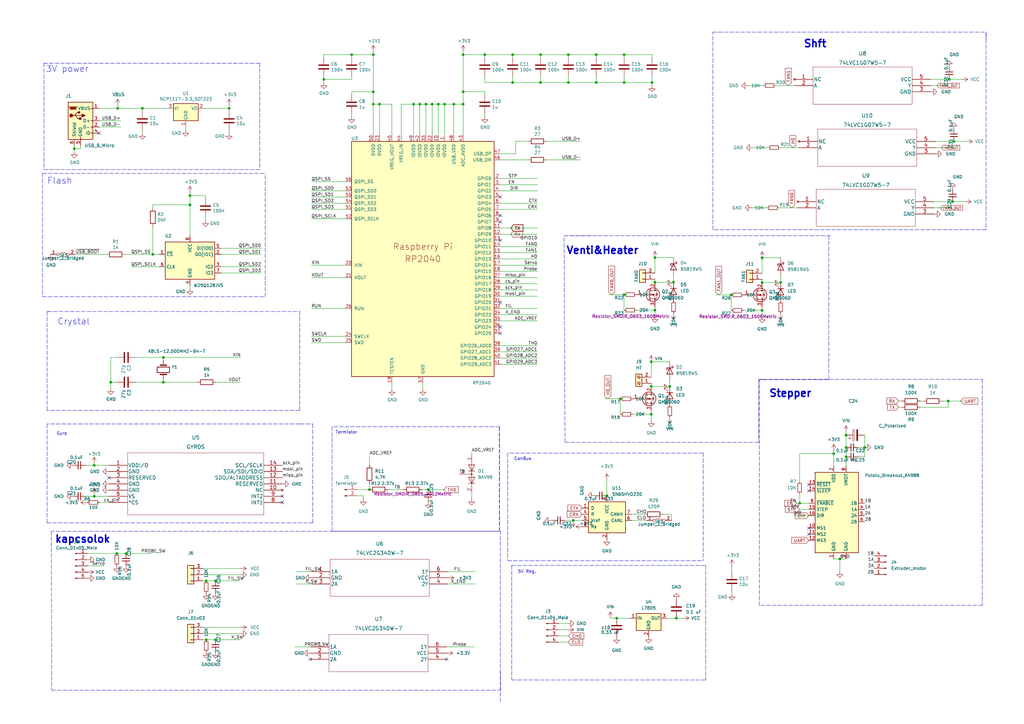
<source format=kicad_sch>
(kicad_sch (version 20211123) (generator eeschema)
  (paper "A3")
  (title_block (title "Pixtruder") (date "2022-10-23") (rev "REV1") (company "TPX In Corp"))
  (junction (at 48.26 44.45))
  (junction (at 210.2612 33.8328))
  (junction (at 144.2212 22.4028))
  (junction (at 344.4748 229.2604))
  (junction (at 320.1924 115.8748))
  (junction (at 267.1064 158.496))
  (junction (at 244.5512 33.8328))
  (junction (at 189.9412 22.4028))
  (junction (at 341.9348 186.0804))
  (junction (at 255.9304 120.8532))
  (junction (at 347.0148 183.5404))
  (junction (at 155.6512 42.7228))
  (junction (at 221.6912 33.8328))
  (junction (at 347.0148 187.3504))
  (junction (at 299.8724 120.9548))
  (junction (at 67.0052 146.6088))
  (junction (at 210.2612 22.4028))
  (junction (at 153.1112 22.4028))
  (junction (at 88.392 262.382))
  (junction (at 354.6348 183.5404))
  (junction (at 233.1212 22.4028))
  (junction (at 93.98 44.45))
  (junction (at 189.9412 37.6428))
  (junction (at 45.4152 156.7688))
  (junction (at 84.582 238.252))
  (junction (at 312.5724 105.7656))
  (junction (at 151.5364 200.8124))
  (junction (at 30.48 60.96))
  (junction (at 153.1112 37.6428))
  (junction (at 390.7028 82.7024))
  (junction (at 189.9412 42.7228))
  (junction (at 77.9272 84.0232))
  (junction (at 347.0148 178.4604))
  (junction (at 277.4188 253.5428))
  (junction (at 248.92 203.3016))
  (junction (at 268.6304 115.7732))
  (junction (at 274.7264 158.496))
  (junction (at 267.1064 148.3868))
  (junction (at 267.1064 169.926))
  (junction (at 58.42 44.45))
  (junction (at 47.9044 227.0252))
  (junction (at 186.1312 42.7228))
  (junction (at 77.9272 80.2132))
  (junction (at 172.1612 42.7228))
  (junction (at 276.2504 115.7732))
  (junction (at 88.392 238.252))
  (junction (at 62.6872 104.3432))
  (junction (at 221.6912 22.4028))
  (junction (at 177.2412 42.7228))
  (junction (at 174.7012 42.7228))
  (junction (at 84.582 262.382))
  (junction (at 389.3312 32.5628))
  (junction (at 233.1212 33.8328))
  (junction (at 38.6588 203.5556))
  (junction (at 252.9332 253.5428))
  (junction (at 268.6304 127.2032))
  (junction (at 391.2108 58.0136))
  (junction (at 153.1112 42.7228))
  (junction (at 51.7144 227.0252))
  (junction (at 312.5724 127.3048))
  (junction (at 67.0052 156.7688))
  (junction (at 198.8312 22.4028))
  (junction (at 179.7812 42.7228))
  (junction (at 254.4064 163.576))
  (junction (at 132.7912 32.5628))
  (junction (at 255.9812 22.4028))
  (junction (at 388.9248 164.4904))
  (junction (at 169.6212 42.7228))
  (junction (at 327.9648 206.4004))
  (junction (at 255.9812 33.8328))
  (junction (at 175.6664 200.8124))
  (junction (at 38.6588 190.8556))
  (junction (at 182.3212 42.7228))
  (junction (at 268.6304 105.664))
  (junction (at 244.5512 22.4028))
  (junction (at 312.5724 115.8748))
  (junction (at 267.4112 33.8328))
  (junction (at 235.1024 213.4616))
  (no_connect (at 183.1848 270.4084))
  (no_connect (at 127.3048 270.4084))
  (no_connect (at 331.7748 216.5604))
  (no_connect (at 331.7748 201.3204))
  (no_connect (at 205.1812 124.0028))
  (no_connect (at 40.64 54.61))
  (no_connect (at 44.704 195.9356))
  (no_connect (at 115.824 203.5556))
  (no_connect (at 205.1812 136.7028))
  (no_connect (at 205.1812 134.1628))
  (no_connect (at 205.1812 98.6028))
  (no_connect (at 205.1812 90.9828))
  (no_connect (at 205.1812 88.4428))
  (no_connect (at 205.1812 80.8228))
  (no_connect (at 331.7748 219.1004))
  (no_connect (at 115.824 206.0956))
  (no_connect (at 331.7748 198.7804))
  (wire (pts (xy 205.1812 83.3628) (xy 220.4212 83.3628)))
  (wire (pts (xy 390.7028 82.7024) (xy 383.0828 82.7024)))
  (wire (pts (xy 47.9552 156.7688) (xy 45.4152 156.7688)))
  (wire (pts (xy 221.6912 33.8328) (xy 210.2612 33.8328)))
  (polyline (pts (xy 404.4188 94.234) (xy 292.4048 94.234)))
  (polyline (pts (xy 18.034 25.908) (xy 18.034 69.5452)))
  (wire (pts (xy 205.1812 121.4628) (xy 220.4212 121.4628)))
  (wire (pts (xy 299.8724 127.3048) (xy 299.8724 120.9548)))
  (polyline (pts (xy 292.4048 94.234) (xy 292.4048 13.1572)))
  (polyline (pts (xy 404.4188 13.1572) (xy 404.4188 15.9004)))
  (wire (pts (xy 205.1812 93.5228) (xy 220.4212 93.5228)))
  (polyline (pts (xy 17.4244 121.666) (xy 108.8136 121.666)))
  (wire (pts (xy 318.2112 35.1028) (xy 325.8312 35.1028)))
  (wire (pts (xy 233.1212 33.8328) (xy 221.6912 33.8328)))
  (wire (pts (xy 320.1924 113.3348) (xy 320.1924 115.8748)))
  (wire (pts (xy 132.7912 32.5628) (xy 132.7912 33.8328)))
  (wire (pts (xy 90.6272 104.3432) (xy 107.1372 104.3432)))
  (wire (pts (xy 67.0052 146.6088) (xy 98.7552 146.6088)))
  (polyline (pts (xy 208.28 229.9716) (xy 288.3916 229.9716)))
  (polyline (pts (xy 106.5784 25.908) (xy 106.5784 69.5452)))
  (wire (pts (xy 341.9348 186.0804) (xy 341.9348 191.1604)))
  (wire (pts (xy 274.7264 155.956) (xy 274.7264 158.496)))
  (wire (pts (xy 47.9552 146.6088) (xy 45.4152 146.6088)))
  (wire (pts (xy 205.1812 106.2228) (xy 220.4212 106.2228)))
  (wire (pts (xy 88.392 238.252) (xy 98.552 238.252)))
  (wire (pts (xy 229.1588 263.3472) (xy 232.9688 263.3472)))
  (wire (pts (xy 93.98 53.34) (xy 93.98 54.61)))
  (wire (pts (xy 90.6272 111.9632) (xy 107.1372 111.9632)))
  (wire (pts (xy 146.4564 203.3524) (xy 148.9964 203.3524)))
  (wire (pts (xy 169.6212 42.7228) (xy 172.1612 42.7228)))
  (wire (pts (xy 127.7112 85.9028) (xy 141.6812 85.9028)))
  (wire (pts (xy 144.2212 23.6728) (xy 144.2212 22.4028)))
  (polyline (pts (xy 122.9868 173.8884) (xy 19.304 173.8884)))
  (wire (pts (xy 249.5804 120.8532) (xy 255.9304 120.8532)))
  (wire (pts (xy 255.9812 22.4028) (xy 267.4112 22.4028)))
  (wire (pts (xy 386.3848 164.4904) (xy 388.9248 164.4904)))
  (wire (pts (xy 267.1064 169.926) (xy 267.1064 168.656)))
  (wire (pts (xy 243.84 203.3016) (xy 243.7892 203.2508)))
  (wire (pts (xy 55.5752 146.6088) (xy 67.0052 146.6088)))
  (polyline (pts (xy 288.3916 185.8264) (xy 208.28 185.8264)))
  (wire (pts (xy 151.5364 198.2724) (xy 151.5364 200.8124)))
  (wire (pts (xy 381.7112 35.1028) (xy 389.3312 35.1028)))
  (wire (pts (xy 229.1588 255.7272) (xy 232.7656 255.7272)))
  (wire (pts (xy 83.312 233.172) (xy 98.552 233.172)))
  (wire (pts (xy 127.7112 78.2828) (xy 141.6812 78.2828)))
  (wire (pts (xy 127.7112 108.7628) (xy 141.6812 108.7628)))
  (wire (pts (xy 58.42 53.34) (xy 58.42 54.61)))
  (wire (pts (xy 144.2212 38.9128) (xy 144.2212 37.6428)))
  (polyline (pts (xy 204.8764 175.0568) (xy 136.1948 175.0568)))
  (wire (pts (xy 267.1064 172.466) (xy 267.1064 169.926)))
  (wire (pts (xy 40.8432 206.0956) (xy 44.704 206.0956)))
  (wire (pts (xy 172.1612 55.4228) (xy 172.1612 42.7228)))
  (wire (pts (xy 144.2212 46.5328) (xy 144.2212 47.8028)))
  (wire (pts (xy 173.4312 157.0228) (xy 173.4312 159.5628)))
  (wire (pts (xy 312.5724 127.3048) (xy 312.5724 126.0348)))
  (wire (pts (xy 141.6812 140.5128) (xy 127.7112 140.5128)))
  (polyline (pts (xy 404.368 15.9004) (xy 404.4188 15.9004)))
  (wire (pts (xy 255.9812 23.6728) (xy 255.9812 22.4028)))
  (wire (pts (xy 221.6912 31.2928) (xy 221.6912 33.8328)))
  (wire (pts (xy 205.1812 144.3228) (xy 220.4212 144.3228)))
  (polyline (pts (xy 311.4548 248.3104) (xy 311.4548 155.6004)))
  (wire (pts (xy 77.9272 80.2132) (xy 77.9272 84.0232)))
  (wire (pts (xy 210.2612 22.4028) (xy 221.6912 22.4028)))
  (wire (pts (xy 352.0948 183.5404) (xy 354.6348 183.5404)))
  (wire (pts (xy 177.2412 55.4228) (xy 177.2412 42.7228)))
  (wire (pts (xy 186.1312 55.4228) (xy 186.1312 42.7228)))
  (wire (pts (xy 88.392 262.382) (xy 98.552 262.382)))
  (wire (pts (xy 312.5724 129.8448) (xy 312.5724 127.3048)))
  (wire (pts (xy 179.7812 55.4228) (xy 179.7812 42.7228)))
  (wire (pts (xy 341.9348 184.8104) (xy 341.9348 186.0804)))
  (wire (pts (xy 205.1812 118.9228) (xy 220.4212 118.9228)))
  (wire (pts (xy 141.6812 126.5428) (xy 127.7112 126.5428)))
  (polyline (pts (xy 402.8948 155.6004) (xy 402.8948 248.3104)))
  (wire (pts (xy 132.7912 22.4028) (xy 144.2212 22.4028)))
  (wire (pts (xy 141.6812 74.4728) (xy 127.7112 74.4728)))
  (wire (pts (xy 83.312 257.302) (xy 98.552 257.302)))
  (wire (pts (xy 83.82 44.45) (xy 93.98 44.45)))
  (wire (pts (xy 277.4188 253.5428) (xy 280.0604 253.5428)))
  (wire (pts (xy 189.9412 22.4028) (xy 189.9412 37.6428)))
  (wire (pts (xy 244.5512 23.6728) (xy 244.5512 22.4028)))
  (wire (pts (xy 120.9548 265.3284) (xy 127.3048 265.3284)))
  (polyline (pts (xy 205.232 275.082) (xy 205.3336 283.0576)))
  (polyline (pts (xy 123.1392 173.8884) (xy 128.27 173.8884)))
  (wire (pts (xy 38.6588 203.5556) (xy 44.704 203.5556)))
  (wire (pts (xy 326.6948 206.4004) (xy 327.9648 206.4004)))
  (wire (pts (xy 38.6588 189.992) (xy 38.6588 190.8556)))
  (polyline (pts (xy 204.8764 217.8812) (xy 204.8764 175.0568)))
  (polyline (pts (xy 128.27 214.4776) (xy 128.27 173.8884)))
  (wire (pts (xy 377.4948 167.0304) (xy 388.9248 167.0304)))
  (polyline (pts (xy 106.5784 69.5452) (xy 18.034 69.5452)))
  (polyline (pts (xy 233.8832 96.6724) (xy 340.5632 96.6724)))
  (wire (pts (xy 347.0148 178.4604) (xy 347.0148 177.1904)))
  (wire (pts (xy 341.9348 186.0804) (xy 327.9648 186.0804)))
  (wire (pts (xy 205.1812 65.5828) (xy 216.6112 65.5828)))
  (wire (pts (xy 205.1812 146.8628) (xy 220.4212 146.8628)))
  (wire (pts (xy 45.4152 146.6088) (xy 45.4152 156.7688)))
  (wire (pts (xy 132.7912 23.6728) (xy 132.7912 22.4028)))
  (wire (pts (xy 177.2412 42.7228) (xy 179.7812 42.7228)))
  (wire (pts (xy 254.4064 169.926) (xy 254.4064 163.576)))
  (wire (pts (xy 193.4464 202.0824) (xy 193.4464 204.6224)))
  (wire (pts (xy 179.7812 42.7228) (xy 182.3212 42.7228)))
  (wire (pts (xy 174.7012 55.4228) (xy 174.7012 42.7228)))
  (wire (pts (xy 267.4112 33.8328) (xy 267.4112 35.1028)))
  (wire (pts (xy 84.582 238.252) (xy 88.392 238.252)))
  (polyline (pts (xy 17.9324 25.908) (xy 106.5784 25.908)))
  (wire (pts (xy 141.6812 137.9728) (xy 127.7112 137.9728)))
  (wire (pts (xy 51.2572 104.3432) (xy 62.6872 104.3432)))
  (polyline (pts (xy 21.082 217.932) (xy 21.1836 283.0576)))
  (wire (pts (xy 327.9648 202.5904) (xy 327.9648 206.4004)))
  (wire (pts (xy 268.6304 114.5032) (xy 268.6304 115.7732)))
  (wire (pts (xy 151.5364 186.8424) (xy 151.5364 190.6524)))
  (wire (pts (xy 205.1812 111.3028) (xy 220.4212 111.3028)))
  (wire (pts (xy 141.6812 89.7128) (xy 127.7112 89.7128)))
  (wire (pts (xy 205.1812 73.2028) (xy 220.4212 73.2028)))
  (wire (pts (xy 250.3424 253.5428) (xy 252.9332 253.5428)))
  (polyline (pts (xy 402.8948 248.3104) (xy 311.4548 248.3104)))
  (wire (pts (xy 224.2312 57.9628) (xy 238.2012 57.9628)))
  (wire (pts (xy 252.9332 253.5428) (xy 258.4196 253.5428)))
  (polyline (pts (xy 108.8136 121.666) (xy 108.8136 71.12)))
  (wire (pts (xy 189.9412 21.1328) (xy 189.9412 22.4028)))
  (wire (pts (xy 67.0052 155.4988) (xy 67.0052 156.7688)))
  (polyline (pts (xy 231.7496 181.5084) (xy 231.3432 96.6724)))
  (wire (pts (xy 267.1064 148.336) (xy 267.1064 148.3868)))
  (wire (pts (xy 38.6588 190.8556) (xy 44.704 190.8556)))
  (wire (pts (xy 368.6048 164.4904) (xy 369.8748 164.4904)))
  (wire (pts (xy 255.9812 33.8328) (xy 267.4112 33.8328)))
  (wire (pts (xy 62.6872 84.0232) (xy 77.9272 84.0232)))
  (wire (pts (xy 189.9412 37.6428) (xy 198.8312 37.6428)))
  (wire (pts (xy 205.1812 141.7828) (xy 220.4212 141.7828)))
  (wire (pts (xy 267.1064 148.336) (xy 274.7264 148.336)))
  (wire (pts (xy 83.312 235.712) (xy 98.552 235.712)))
  (polyline (pts (xy 204.8256 175.1584) (xy 204.8256 217.4748)))
  (polyline (pts (xy 209.8548 231.902) (xy 289.4076 231.902)))
  (polyline (pts (xy 311.4548 155.6004) (xy 312.7248 155.6004)))
  (wire (pts (xy 84.2772 80.2132) (xy 77.9272 80.2132)))
  (wire (pts (xy 38.6588 202.692) (xy 38.6588 203.5556)))
  (wire (pts (xy 173.1264 200.8124) (xy 175.6664 200.8124)))
  (wire (pts (xy 211.5312 57.9628) (xy 216.6112 57.9628)))
  (wire (pts (xy 153.1112 42.7228) (xy 153.1112 55.4228)))
  (wire (pts (xy 127.7112 83.3628) (xy 141.6812 83.3628)))
  (wire (pts (xy 210.2612 33.8328) (xy 198.8312 33.8328)))
  (wire (pts (xy 62.6872 92.9132) (xy 62.6872 104.3432)))
  (polyline (pts (xy 205.232 217.932) (xy 21.082 217.932)))
  (wire (pts (xy 226.7204 213.4616) (xy 226.0092 213.4616)))
  (wire (pts (xy 268.6304 129.7432) (xy 268.6304 127.2032)))
  (polyline (pts (xy 122.936 168.3512) (xy 19.304 168.3512)))
  (wire (pts (xy 268.6304 105.664) (xy 268.6304 111.9632)))
  (wire (pts (xy 268.6304 105.6132) (xy 268.6304 105.664)))
  (polyline (pts (xy 339.9536 155.702) (xy 311.15 155.702)))
  (wire (pts (xy 347.0148 183.5404) (xy 347.0148 187.3504)))
  (wire (pts (xy 198.8312 46.5328) (xy 198.8312 47.8028)))
  (wire (pts (xy 391.2108 58.0136) (xy 383.5908 58.0136)))
  (wire (pts (xy 259.08 210.9216) (xy 264.3124 210.9216)))
  (wire (pts (xy 275.3868 213.4616) (xy 275.3868 210.9724)))
  (wire (pts (xy 211.5312 57.9628) (xy 211.5312 63.0428)))
  (wire (pts (xy 205.1812 108.7628) (xy 220.4212 108.7628)))
  (wire (pts (xy 259.4864 169.926) (xy 267.1064 169.926)))
  (wire (pts (xy 183.642 234.442) (xy 195.072 234.442)))
  (wire (pts (xy 368.6048 167.0304) (xy 369.8748 167.0304)))
  (wire (pts (xy 205.1812 149.4028) (xy 220.4212 149.4028)))
  (wire (pts (xy 160.7312 157.0228) (xy 160.7312 159.5628)))
  (polyline (pts (xy 19.304 214.4776) (xy 128.27 214.4776)))
  (polyline (pts (xy 136.1948 217.8812) (xy 204.8764 217.8812)))
  (wire (pts (xy 259.08 213.4616) (xy 265.2268 213.4616)))
  (wire (pts (xy 198.8312 38.9128) (xy 198.8312 37.6428)))
  (wire (pts (xy 312.5724 105.7148) (xy 312.5724 105.7656)))
  (wire (pts (xy 394.4112 32.5628) (xy 389.3312 32.5628)))
  (wire (pts (xy 84.2772 81.4832) (xy 84.2772 80.2132)))
  (wire (pts (xy 93.98 44.45) (xy 93.98 43.18)))
  (wire (pts (xy 175.6664 200.8124) (xy 182.0164 200.8124)))
  (wire (pts (xy 320.0908 60.5536) (xy 327.7108 60.5536)))
  (wire (pts (xy 231.8004 213.4616) (xy 235.1024 213.4616)))
  (wire (pts (xy 48.26 43.18) (xy 48.26 44.45)))
  (polyline (pts (xy 289.4076 278.892) (xy 209.9056 278.892)))
  (polyline (pts (xy 17.4752 71.12) (xy 108.8136 71.12)))
  (polyline (pts (xy 289.4076 231.902) (xy 289.4076 278.892)))
  (wire (pts (xy 304.9524 127.3048) (xy 312.5724 127.3048)))
  (wire (pts (xy 327.9648 186.0804) (xy 327.9648 197.5104)))
  (wire (pts (xy 83.312 238.252) (xy 84.582 238.252)))
  (wire (pts (xy 67.0052 147.8788) (xy 67.0052 146.6088)))
  (wire (pts (xy 182.3212 42.7228) (xy 186.1312 42.7228)))
  (wire (pts (xy 205.1812 63.0428) (xy 211.5312 63.0428)))
  (wire (pts (xy 210.2612 23.6728) (xy 210.2612 22.4028)))
  (polyline (pts (xy 19.6088 127.762) (xy 122.936 127.762)))
  (wire (pts (xy 189.9412 37.6428) (xy 189.9412 42.7228)))
  (wire (pts (xy 354.6348 183.5404) (xy 354.6348 187.3504)))
  (wire (pts (xy 388.9248 164.4904) (xy 395.2748 164.4904)))
  (wire (pts (xy 132.7912 31.2928) (xy 132.7912 32.5628)))
  (polyline (pts (xy 288.3916 185.7756) (xy 288.3916 229.9716)))
  (polyline (pts (xy 404.4188 13.7668) (xy 404.4188 94.234)))
  (wire (pts (xy 268.6304 105.6132) (xy 276.2504 105.6132)))
  (wire (pts (xy 83.312 259.842) (xy 98.552 259.842)))
  (polyline (pts (xy 136.1948 175.0568) (xy 136.1948 217.8812)))
  (wire (pts (xy 352.0948 187.3504) (xy 354.6348 187.3504)))
  (wire (pts (xy 255.9812 33.8328) (xy 244.5512 33.8328)))
  (wire (pts (xy 33.02 60.96) (xy 30.48 60.96)))
  (polyline (pts (xy 311.15 181.4576) (xy 231.7496 181.4576)))
  (wire (pts (xy 164.5412 55.4228) (xy 164.5412 42.7228)))
  (wire (pts (xy 221.6912 23.6728) (xy 221.6912 22.4028)))
  (wire (pts (xy 205.1812 116.3828) (xy 220.4212 116.3828)))
  (wire (pts (xy 160.7312 55.4228) (xy 160.7312 42.7228)))
  (wire (pts (xy 205.1812 85.9028) (xy 220.4212 85.9028)))
  (wire (pts (xy 30.48 59.69) (xy 30.48 60.96)))
  (wire (pts (xy 51.7144 227.0252) (xy 62.3316 227.0252)))
  (wire (pts (xy 255.9304 127.2032) (xy 255.9304 120.8532)))
  (wire (pts (xy 183.1848 265.3284) (xy 194.6148 265.3284)))
  (wire (pts (xy 186.1312 42.7228) (xy 189.9412 42.7228)))
  (wire (pts (xy 155.6512 55.4228) (xy 155.6512 42.7228)))
  (wire (pts (xy 396.2908 58.0136) (xy 391.2108 58.0136)))
  (wire (pts (xy 40.64 44.45) (xy 48.26 44.45)))
  (wire (pts (xy 205.1812 103.6828) (xy 220.4212 103.6828)))
  (wire (pts (xy 164.5412 42.7228) (xy 169.6212 42.7228)))
  (wire (pts (xy 33.02 59.69) (xy 33.02 60.96)))
  (wire (pts (xy 267.4112 31.2928) (xy 267.4112 33.8328)))
  (polyline (pts (xy 208.28 185.8264) (xy 208.28 229.9716)))
  (wire (pts (xy 235.1024 213.4616) (xy 238.76 213.4616)))
  (wire (pts (xy 252.9332 261.1628) (xy 252.9332 261.2644)))
  (wire (pts (xy 205.1812 78.2828) (xy 220.4212 78.2828)))
  (wire (pts (xy 320.1924 115.8748) (xy 312.5724 115.8748)))
  (wire (pts (xy 84.2772 89.1032) (xy 84.2772 90.3732)))
  (wire (pts (xy 53.7972 109.4232) (xy 65.2272 109.4232)))
  (polyline (pts (xy 19.304 173.8884) (xy 19.304 214.4776)))
  (wire (pts (xy 205.1812 96.0628) (xy 220.4212 96.0628)))
  (wire (pts (xy 233.1212 23.6728) (xy 233.1212 22.4028)))
  (wire (pts (xy 205.1812 126.5428) (xy 220.4212 126.5428)))
  (wire (pts (xy 182.3212 42.7228) (xy 182.3212 55.4228)))
  (wire (pts (xy 271.9324 210.9216) (xy 275.3868 210.9724)))
  (wire (pts (xy 377.4948 164.4904) (xy 378.7648 164.4904)))
  (wire (pts (xy 210.2612 31.2928) (xy 210.2612 33.8328)))
  (wire (pts (xy 244.5512 31.2928) (xy 244.5512 33.8328)))
  (wire (pts (xy 268.6304 127.2032) (xy 268.6304 125.9332)))
  (wire (pts (xy 327.9648 206.4004) (xy 331.7748 206.4004)))
  (wire (pts (xy 127.7112 80.8228) (xy 141.6812 80.8228)))
  (wire (pts (xy 68.58 44.45) (xy 58.42 44.45)))
  (wire (pts (xy 267.4112 23.6728) (xy 267.4112 22.4028)))
  (wire (pts (xy 90.6272 109.4232) (xy 107.1372 109.4232)))
  (wire (pts (xy 308.6608 60.5536) (xy 315.0108 60.5536)))
  (wire (pts (xy 267.1064 157.226) (xy 267.1064 158.496)))
  (wire (pts (xy 261.0104 127.2032) (xy 268.6304 127.2032)))
  (wire (pts (xy 144.2212 22.4028) (xy 153.1112 22.4028)))
  (wire (pts (xy 76.2 52.07) (xy 76.2 53.34)))
  (wire (pts (xy 233.1212 22.4028) (xy 244.5512 22.4028)))
  (wire (pts (xy 255.9812 31.2928) (xy 255.9812 33.8328)))
  (wire (pts (xy 221.6912 22.4028) (xy 233.1212 22.4028)))
  (wire (pts (xy 319.5828 85.2424) (xy 327.2028 85.2424)))
  (wire (pts (xy 47.9044 227.0252) (xy 51.7144 227.0252)))
  (wire (pts (xy 155.6512 42.7228) (xy 153.1112 42.7228)))
  (wire (pts (xy 341.9348 229.2604) (xy 344.4748 229.2604)))
  (wire (pts (xy 35.9156 227.0252) (xy 47.9044 227.0252)))
  (polyline (pts (xy 205.232 287.782) (xy 205.232 217.932)))
  (wire (pts (xy 308.1528 85.2424) (xy 314.5028 85.2424)))
  (wire (pts (xy 325.4248 211.4804) (xy 331.7748 211.4804)))
  (wire (pts (xy 62.6872 85.2932) (xy 62.6872 84.0232)))
  (wire (pts (xy 276.2504 115.7732) (xy 268.6304 115.7732)))
  (wire (pts (xy 312.5724 114.6048) (xy 312.5724 115.8748)))
  (polyline (pts (xy 19.304 127.8128) (xy 20.066 127.8128)))
  (polyline (pts (xy 19.304 168.3512) (xy 19.304 127.8128)))
  (wire (pts (xy 88.5952 156.7688) (xy 98.7552 156.7688)))
  (wire (pts (xy 35.1028 190.8556) (xy 38.6588 190.8556)))
  (polyline (pts (xy 339.9536 96.6216) (xy 339.9536 155.8036)))
  (wire (pts (xy 40.64 49.53) (xy 49.53 49.53)))
  (wire (pts (xy 153.1112 37.6428) (xy 153.1112 42.7228)))
  (wire (pts (xy 183.642 239.522) (xy 195.072 239.522)))
  (wire (pts (xy 233.1212 31.2928) (xy 233.1212 33.8328)))
  (wire (pts (xy 205.1812 101.1428) (xy 220.4212 101.1428)))
  (wire (pts (xy 144.2212 32.5628) (xy 144.2212 31.2928)))
  (wire (pts (xy 77.9272 84.0232) (xy 77.9272 96.7232)))
  (wire (pts (xy 389.3312 32.5628) (xy 381.7112 32.5628)))
  (wire (pts (xy 347.0148 178.4604) (xy 347.0148 183.5404)))
  (wire (pts (xy 224.2312 65.5828) (xy 238.2012 65.5828)))
  (wire (pts (xy 300.1772 232.156) (xy 300.1772 234.696)))
  (wire (pts (xy 153.1112 22.4028) (xy 153.1112 37.6428)))
  (polyline (pts (xy 231.3432 96.6724) (xy 242.7732 96.6724)))
  (wire (pts (xy 84.582 262.382) (xy 88.392 262.382)))
  (wire (pts (xy 90.6272 101.8032) (xy 107.1372 101.8032)))
  (wire (pts (xy 198.8312 22.4028) (xy 210.2612 22.4028)))
  (wire (pts (xy 132.7912 32.5628) (xy 144.2212 32.5628)))
  (wire (pts (xy 45.4152 156.7688) (xy 45.4152 159.3088)))
  (polyline (pts (xy 311.15 155.702) (xy 311.15 181.4576)))
  (wire (pts (xy 205.1812 75.7428) (xy 220.4212 75.7428)))
  (wire (pts (xy 189.9412 22.4028) (xy 198.8312 22.4028)))
  (wire (pts (xy 383.0828 85.2424) (xy 390.7028 85.2424)))
  (polyline (pts (xy 21.1836 283.0576) (xy 205.3336 283.0576)))
  (wire (pts (xy 388.9248 164.4904) (xy 388.9248 167.0304)))
  (wire (pts (xy 121.412 234.442) (xy 127.762 234.442)))
  (wire (pts (xy 144.2212 37.6428) (xy 153.1112 37.6428)))
  (wire (pts (xy 274.7264 158.496) (xy 267.1064 158.496)))
  (wire (pts (xy 248.8692 196.9008) (xy 248.8692 198.1708)))
  (polyline (pts (xy 17.4244 71.0184) (xy 17.4244 121.666)))
  (wire (pts (xy 327.9648 208.9404) (xy 331.7748 208.9404)))
  (wire (pts (xy 229.1588 258.2672) (xy 232.7656 258.2672)))
  (wire (pts (xy 205.1812 129.0828) (xy 220.4212 129.0828)))
  (wire (pts (xy 160.7312 42.7228) (xy 155.6512 42.7228)))
  (wire (pts (xy 205.1812 113.8428) (xy 220.4212 113.8428)))
  (wire (pts (xy 43.6372 104.3432) (xy 30.9372 104.3432)))
  (wire (pts (xy 344.4748 229.2604) (xy 347.0148 229.2604)))
  (wire (pts (xy 306.7812 35.1028) (xy 313.1312 35.1028)))
  (wire (pts (xy 148.9964 203.3524) (xy 148.9964 204.6224)))
  (wire (pts (xy 312.5724 105.7656) (xy 312.5724 112.0648)))
  (wire (pts (xy 248.0564 163.576) (xy 254.4064 163.576)))
  (wire (pts (xy 248.8692 198.1708) (xy 248.92 203.3016)))
  (wire (pts (xy 169.6212 55.4228) (xy 169.6212 42.7228)))
  (wire (pts (xy 62.6872 104.3432) (xy 65.2272 104.3432)))
  (wire (pts (xy 205.1812 131.6228) (xy 220.4212 131.6228)))
  (wire (pts (xy 121.412 239.522) (xy 127.762 239.522)))
  (wire (pts (xy 30.48 60.96) (xy 30.48 62.23)))
  (wire (pts (xy 159.1564 200.8124) (xy 165.5064 200.8124)))
  (polyline (pts (xy 122.936 127.762) (xy 122.936 168.3512)))
  (wire (pts (xy 35.1028 203.5556) (xy 38.6588 203.5556)))
  (wire (pts (xy 189.9412 42.7228) (xy 189.9412 55.4228)))
  (wire (pts (xy 395.7828 82.7024) (xy 390.7028 82.7024)))
  (wire (pts (xy 141.6812 113.8428) (xy 127.7112 113.8428)))
  (wire (pts (xy 40.64 52.07) (xy 49.53 52.07)))
  (wire (pts (xy 244.5512 33.8328) (xy 233.1212 33.8328)))
  (wire (pts (xy 347.0148 187.3504) (xy 347.0148 191.1604)))
  (wire (pts (xy 58.42 45.72) (xy 58.42 44.45)))
  (wire (pts (xy 198.8312 31.2928) (xy 198.8312 33.8328)))
  (polyline (pts (xy 209.9056 231.8512) (xy 209.9056 278.892)))
  (wire (pts (xy 276.2504 113.2332) (xy 276.2504 115.7732)))
  (polyline (pts (xy 292.4048 13.1572) (xy 404.4188 13.1572)))
  (wire (pts (xy 48.26 44.45) (xy 58.42 44.45)))
  (wire (pts (xy 35.9156 232.1052) (xy 42.672 232.1052)))
  (wire (pts (xy 153.1112 21.1328) (xy 153.1112 22.4028)))
  (wire (pts (xy 344.4748 229.2604) (xy 344.4748 234.3404)))
  (wire (pts (xy 354.6348 178.4604) (xy 354.6348 183.5404)))
  (wire (pts (xy 229.1588 260.8072) (xy 233.1212 260.8072)))
  (wire (pts (xy 267.1064 148.3868) (xy 267.1064 154.686)))
  (wire (pts (xy 93.98 45.72) (xy 93.98 44.45)))
  (wire (pts (xy 55.5752 156.7688) (xy 67.0052 156.7688)))
  (wire (pts (xy 244.5512 22.4028) (xy 255.9812 22.4028)))
  (wire (pts (xy 67.0052 156.7688) (xy 80.9752 156.7688)))
  (wire (pts (xy 172.1612 42.7228) (xy 174.7012 42.7228)))
  (wire (pts (xy 300.1772 242.316) (xy 300.1772 243.586)))
  (wire (pts (xy 146.4564 200.8124) (xy 151.5364 200.8124)))
  (wire (pts (xy 83.312 262.382) (xy 84.582 262.382)))
  (wire (pts (xy 198.8312 23.6728) (xy 198.8312 22.4028)))
  (wire (pts (xy 273.6596 253.5428) (xy 277.4188 253.5428)))
  (wire (pts (xy 77.9272 117.0432) (xy 77.9272 118.3132)))
  (wire (pts (xy 293.5224 120.9548) (xy 299.8724 120.9548)))
  (wire (pts (xy 77.9272 78.9432) (xy 77.9272 80.2132)))
  (wire (pts (xy 174.7012 42.7228) (xy 177.2412 42.7228)))
  (polyline (pts (xy 312.7248 155.6004) (xy 402.8948 155.6004)))
  (wire (pts (xy 312.5724 105.7148) (xy 320.1924 105.7148)))
  (wire (pts (xy 383.5908 60.5536) (xy 391.2108 60.5536)))
  (wire (pts (xy 193.4464 185.5724) (xy 193.4464 186.8424)))
  (text "5V Reg.\n" (at 212.344 235.3056 0) (effects (font (size 1.27 1.27)) (justify left bottom)))
  (text "Termistor\n" (at 137.5664 178.2064 0) (effects (font (size 1.27 1.27)) (justify left bottom)))
  (text "3V power\n" (at 18.7452 29.9212 0) (effects (font (size 2.54 2.54)) (justify left bottom)))
  (text "CanBus\n" (at 210.82 189.0268 0) (effects (font (size 1.27 1.27)) (justify left bottom)))
  (text "Flash" (at 19.304 75.7428 0) (effects (font (size 2.54 2.54)) (justify left bottom)))
  (text "Gyro" (at 23.2156 178.6636 0) (effects (font (size 1.27 1.27)) (justify left bottom)))
  (text "Venti&Heater\n" (at 232.1052 104.5972 0) (effects (font (size 3 3) (thickness 0.6) bold) (justify left bottom)))
  (text "Stepper\n" (at 315.2648 163.2204 0) (effects (font (size 3 3) bold) (justify left bottom)))
  (text "Shft" (at 329.438 19.812 0) (effects (font (size 3 3) bold) (justify left bottom)))
  (text "kapcsolok\n" (at 22.352 223.012 0) (effects (font (size 3 3) (thickness 0.6) bold) (justify left bottom)))
  (text "Crystal" (at 23.5204 133.5024 0) (effects (font (size 2.54 2.54)) (justify left bottom)))
  (label "1A" (at 358.4448 230.5304 180))
  (label "2B" (at 354.6348 214.0204 0))
  (label "Servo" (at 220.4212 108.7628 180))
  (label "EN" (at 326.6948 206.4004 180))
  (label "X_END" (at 207.264 129.0828 0))
  (label "QSPI_SD0" (at 127.7112 78.2828 0))
  (label "XOUT" (at 98.7552 156.7688 180))
  (label "X_SW" (at 94.742 262.382 0))
  (label "STP" (at 208.4832 73.2028 0))
  (label "GPIO10" (at 220.4212 98.6028 180))
  (label "FAN0" (at 220.4212 101.1428 180))
  (label "USB_D-" (at 49.53 52.07 180))
  (label "GPIO28_ADC2" (at 220.4212 146.8628 180))
  (label "CRX" (at 220.4212 85.9028 180))
  (label "QSPI_SS" (at 53.7972 104.3432 0))
  (label "ADC_VREF" (at 151.5364 186.8424 0))
  (label "cs_pin" (at 207.0608 116.3828 0))
  (label "CLO" (at 261.2136 213.4616 0))
  (label "GND" (at 344.4748 229.2604 0))
  (label "FIL_SW" (at 125.222 234.442 0))
  (label "PROBE_SW" (at 57.8612 227.0252 0))
  (label "QSPI_SS" (at 127.7112 74.4728 0))
  (label "miso_pin" (at 115.824 195.9356 0))
  (label "H0" (at 220.4212 106.2228 180))
  (label "SWCLK" (at 127.7112 137.9728 0))
  (label "EN" (at 208.4832 75.7428 0))
  (label "USB_D+" (at 49.53 49.53 180))
  (label "DIR" (at 209.1944 78.2828 0))
  (label "2A" (at 354.6348 211.4804 0))
  (label "USB_D+" (at 238.2012 57.9628 180))
  (label "mosi_pin" (at 115.824 193.3956 0))
  (label "sck_pin" (at 207.0608 118.9228 0))
  (label "1B" (at 358.4448 227.9904 180))
  (label "TH0" (at 220.4212 141.7828 180))
  (label "SWD" (at 127.7112 140.5128 0))
  (label "1A" (at 354.6348 208.9404 0))
  (label "FIL" (at 207.2132 126.5428 0))
  (label "QSPI_SD3" (at 107.1372 111.9632 180))
  (label "QSPI_SD0" (at 107.1372 101.8032 180))
  (label "ADC_VREF" (at 193.4464 185.5724 0))
  (label "X_SW" (at 125.222 239.522 0))
  (label "sck_pin" (at 115.824 190.8556 0))
  (label "PROBE_SW" (at 124.7648 265.3284 0))
  (label "QSPI_SD2" (at 107.1372 109.4232 180))
  (label "GPIO29_ADC3" (at 220.4212 149.4028 180))
  (label "CTX" (at 220.4212 83.3628 180))
  (label "QSPI_SCLK" (at 53.7972 109.4232 0))
  (label "X_END" (at 184.912 239.522 0))
  (label "Servo" (at 37.6936 232.1052 0))
  (label "QSPI_SCLK" (at 127.7112 89.7128 0))
  (label "ADC_VREF" (at 220.4212 131.6228 180))
  (label "XOUT" (at 127.7112 113.8428 0))
  (label "QSPI_SD1" (at 127.7112 80.8228 0))
  (label "QSPI_SD1" (at 107.1372 104.3432 180))
  (label "2B" (at 358.4448 235.6104 180))
  (label "cs_pin" (at 42.5704 206.0956 0))
  (label "CHO" (at 261.0104 210.9216 0))
  (label "GPIO27_ADC1" (at 220.4212 144.3228 180))
  (label "~{USB_BOOT}" (at 30.9372 104.3432 0))
  (label "FIL" (at 186.182 234.442 0))
  (label "FAN1" (at 220.4212 103.6828 180))
  (label "Probe" (at 185.7248 265.3284 0))
  (label "2A" (at 358.4448 233.0704 180))
  (label "QSPI_SD2" (at 127.7112 83.3628 0))
  (label "DIR" (at 325.4248 211.4804 0))
  (label "TB" (at 188.3664 194.4624 0))
  (label "miso_pin" (at 207.0608 113.8428 0))
  (label "Probe" (at 220.4212 111.3028 180))
  (label "mosi_pin" (at 207.0608 121.4628 0))
  (label "STP" (at 327.9648 208.9404 180))
  (label "TB" (at 161.6964 200.8124 0))
  (label "XIN" (at 127.7112 108.7628 0))
  (label "RUN" (at 127.7112 126.5428 0))
  (label "FIL_SW" (at 93.472 238.252 0))
  (label "XIN" (at 98.7552 146.6088 180))
  (label "QSPI_SD3" (at 127.7112 85.9028 0))
  (label "1B" (at 354.6348 206.4004 0))
  (label "USB_D-" (at 238.2012 65.5828 180))
  (global_label "EN" (shape input) (at 326.6948 206.4004 180) (property "Intersheet References" "${INTERSHEET_REFS}" (effects hide)))
  (global_label "UART" (shape input) (at 331.7748 221.6404 180) (property "Intersheet References" "${INTERSHEET_REFS}" (effects hide)))
  (global_label "CTX" (shape input) (at 238.76 208.3816 180) (property "Intersheet References" "${INTERSHEET_REFS}" (effects hide)))
  (global_label "CLO" (shape input) (at 232.9688 263.3472 0) (property "Intersheet References" "${INTERSHEET_REFS}" (effects hide)))
  (global_label "FAN1" (shape input) (at 323.2912 35.1028 90) (property "Intersheet References" "${INTERSHEET_REFS}" (effects hide)))
  (global_label "FAN1_OUT" (shape input) (at 294.7924 120.9548 90) (property "Intersheet References" "${INTERSHEET_REFS}" (effects hide)))
  (global_label "DIR" (shape input) (at 331.7748 211.4804 180) (property "Intersheet References" "${INTERSHEET_REFS}" (effects hide)))
  (global_label "CHO" (shape input) (at 233.1212 260.8072 0) (property "Intersheet References" "${INTERSHEET_REFS}" (effects hide)))
  (global_label "H0" (shape input) (at 325.1708 60.5536 90) (property "Intersheet References" "${INTERSHEET_REFS}" (effects hide)))
  (global_label "TH0" (shape input) (at 182.0164 200.8124 0) (property "Intersheet References" "${INTERSHEET_REFS}" (effects hide)))
  (global_label "FAN1_OUT" (shape input) (at 384.2512 35.1028 0) (effects (font (size 1 1))) (property "Intersheet References" "${INTERSHEET_REFS}" (effects hide)))
  (global_label "H0_OUT" (shape input) (at 249.3264 163.576 90) (property "Intersheet References" "${INTERSHEET_REFS}" (effects hide)))
  (global_label "FAN0" (shape input) (at 324.6628 85.2424 90) (property "Intersheet References" "${INTERSHEET_REFS}" (effects hide)))
  (global_label "FAN0_OUT" (shape input) (at 385.6228 85.2424 0) (effects (font (size 1 1))) (property "Intersheet References" "${INTERSHEET_REFS}" (effects hide)))
  (global_label "STP" (shape input) (at 327.9648 208.9404 180) (property "Intersheet References" "${INTERSHEET_REFS}" (effects hide)))
  (global_label "FAN0_OUT" (shape input) (at 250.8504 120.8532 90) (property "Intersheet References" "${INTERSHEET_REFS}" (effects hide)))
  (global_label "UART" (shape input) (at 394.0048 164.4904 0) (property "Intersheet References" "${INTERSHEET_REFS}" (effects hide)))
  (global_label "H0_OUT" (shape input) (at 386.1308 60.5536 0) (effects (font (size 1 1))) (property "Intersheet References" "${INTERSHEET_REFS}" (effects hide)))
  (global_label "CRX" (shape input) (at 238.76 210.9216 180) (property "Intersheet References" "${INTERSHEET_REFS}" (effects hide)))
  (global_label "RX" (shape input) (at 368.6048 164.4904 180) (property "Intersheet References" "${INTERSHEET_REFS}" (effects hide)))
  (global_label "RX" (shape input) (at 209.3976 96.0628 0) (property "Intersheet References" "${INTERSHEET_REFS}" (effects hide)))
  (global_label "TX" (shape input) (at 209.55 93.5228 0) (effects (font bold)) (property "Intersheet References" "${INTERSHEET_REFS}" (effects hide)))
  (global_label "TX" (shape input) (at 368.6048 167.0304 180) (property "Intersheet References" "${INTERSHEET_REFS}" (effects hide)))
  (symbol (lib_id "MCU_RaspberryPi_RP2040:RP2040") (at 173.4312 106.2228 0) (unit 1)
    (property "Reference" "U3" (at 145.4912 56.6928 0))
    (property "Value" "RP2040" (at 197.5612 157.0228 0))
    (property "Footprint" "RP2040_minimal:RP2040-QFN-56" (effects hide))
  )
  (symbol (lib_id "Device:C") (at 51.7652 146.6088 270) (unit 1)
    (property "Reference" "C2" (at 52.9336 149.5298 0) (effects (justify left)))
    (property "Value" "27p" (at 50.6222 149.5298 0) (effects (justify left)))
    (property "Footprint" "Capacitor_SMD:C_0402_1005Metric" (effects hide))
  )
  (symbol (lib_id "Device:C") (at 51.7652 156.7688 270) (unit 1)
    (property "Reference" "C3" (at 52.9336 159.6898 0) (effects (justify left)))
    (property "Value" "27p" (at 50.6222 159.6898 0) (effects (justify left)))
    (property "Footprint" "Capacitor_SMD:C_0402_1005Metric" (effects hide))
  )
  (symbol (lib_id "power:GND") (at 45.4152 159.3088 0) (unit 1)
    (property "Reference" "#PWR06" (effects hide))
    (property "Value" "GND" (at 45.5422 163.703 0))
  )
  (symbol (lib_id "Memory_Flash:W25Q128JVS") (at 77.9272 106.8832 0) (unit 1)
    (property "Reference" "U2" (at 69.0372 96.7232 0))
    (property "Value" "W25Q128JVS" (at 85.5472 117.0432 0))
    (property "Footprint" "Package_SO:SOIC-8_5.23x5.23mm_P1.27mm" (effects hide))
    (property "Datasheet" "http://www.winbond.com/resource-files/w25q128jv_dtr%20revc%2003272018%20plus.pdf" (effects hide))
  )
  (symbol (lib_id "power:+3V3") (at 77.9272 78.9432 0) (unit 1)
    (property "Reference" "#PWR07" (effects hide))
    (property "Value" "+3V3" (at 78.3082 74.549 0))
  )
  (symbol (lib_id "power:GND") (at 77.9272 118.3132 0) (unit 1)
    (property "Reference" "#PWR08" (effects hide))
    (property "Value" "GND" (at 74.1172 119.5832 0))
  )
  (symbol (lib_id "Device:R") (at 62.6872 89.1032 0) (unit 1)
    (property "Reference" "R2" (at 64.4652 87.9348 0) (effects (justify left)))
    (property "Value" "DNF" (at 64.4652 90.2462 0) (effects (justify left)))
    (property "Footprint" "Capacitor_SMD:C_0402_1005Metric" (effects hide))
  )
  (symbol (lib_id "Device:R") (at 47.4472 104.3432 270) (unit 1)
    (property "Reference" "R1" (at 47.4472 99.0854 90))
    (property "Value" "1k" (at 47.4472 101.3968 90))
    (property "Footprint" "Capacitor_SMD:C_0402_1005Metric" (effects hide))
  )
  (symbol (lib_id "Device:C") (at 84.2772 85.2932 0) (unit 1)
    (property "Reference" "C5" (at 87.1982 84.1248 0) (effects (justify left)))
    (property "Value" "100n" (at 87.1982 86.4362 0) (effects (justify left)))
    (property "Footprint" "Capacitor_SMD:C_0402_1005Metric" (effects hide))
  )
  (symbol (lib_id "power:GND") (at 84.2772 90.3732 0) (unit 1)
    (property "Reference" "#PWR011" (effects hide))
    (property "Value" "GND" (at 88.0872 91.6432 0))
  )
  (symbol (lib_id "RP2040_minimal-rescue:USB_B_Micro-Connector") (at 33.02 49.53 0) (unit 1)
    (property "Reference" "J1" (at 29.21 39.37 0) (effects (justify right)))
    (property "Value" "USB_B_Micro" (at 46.99 59.69 0) (effects (justify right)))
    (property "Footprint" "RP2040_minimal:USB_Micro-B_Amphenol_10103594-0001LF_Horizontal_modified" (effects hide))
  )
  (symbol (lib_id "power:GND") (at 173.4312 159.5628 0) (unit 1)
    (property "Reference" "#PWR016" (effects hide))
    (property "Value" "GND" (at 173.5582 163.957 0))
  )
  (symbol (lib_id "power:GND") (at 160.7312 159.5628 0) (unit 1)
    (property "Reference" "#PWR015" (effects hide))
    (property "Value" "GND" (at 160.8582 163.957 0))
  )
  (symbol (lib_id "Device:R") (at 220.4212 57.9628 270) (unit 1)
    (property "Reference" "R3" (at 220.4212 52.705 90))
    (property "Value" "27" (at 220.4212 55.0164 90))
    (property "Footprint" "Capacitor_SMD:C_0402_1005Metric" (effects hide))
  )
  (symbol (lib_id "Device:R") (at 220.4212 65.5828 270) (unit 1)
    (property "Reference" "R4" (at 220.4212 60.325 90))
    (property "Value" "27" (at 220.4212 62.6364 90))
    (property "Footprint" "Capacitor_SMD:C_0402_1005Metric" (effects hide))
  )
  (symbol (lib_id "power:GND") (at 30.48 62.23 0) (unit 1)
    (property "Reference" "#PWR01" (effects hide))
    (property "Value" "GND" (at 30.607 66.6242 0))
  )
  (symbol (lib_id "power:+3V3") (at 189.9412 21.1328 0) (unit 1)
    (property "Reference" "#PWR017" (effects hide))
    (property "Value" "+3V3" (at 190.3222 16.7386 0))
  )
  (symbol (lib_id "power:+1V1") (at 153.1112 21.1328 0) (unit 1)
    (property "Reference" "#PWR014" (effects hide))
    (property "Value" "+1V1" (at 153.4922 16.7386 0))
  )
  (symbol (lib_id "Device:C") (at 198.8312 27.4828 0) (unit 1)
    (property "Reference" "C9" (at 201.7522 26.3144 0) (effects (justify left)))
    (property "Value" "100n" (at 201.7522 28.6258 0) (effects (justify left)))
    (property "Footprint" "Capacitor_SMD:C_0402_1005Metric" (effects hide))
  )
  (symbol (lib_id "Device:C") (at 210.2612 27.4828 0) (unit 1)
    (property "Reference" "C11" (at 213.1822 26.3144 0) (effects (justify left)))
    (property "Value" "100n" (at 213.1822 28.6258 0) (effects (justify left)))
    (property "Footprint" "Capacitor_SMD:C_0402_1005Metric" (effects hide))
  )
  (symbol (lib_id "Device:C") (at 221.6912 27.4828 0) (unit 1)
    (property "Reference" "C12" (at 224.6122 26.3144 0) (effects (justify left)))
    (property "Value" "100n" (at 224.6122 28.6258 0) (effects (justify left)))
    (property "Footprint" "Capacitor_SMD:C_0402_1005Metric" (effects hide))
  )
  (symbol (lib_id "Device:C") (at 233.1212 27.4828 0) (unit 1)
    (property "Reference" "C13" (at 236.0422 26.3144 0) (effects (justify left)))
    (property "Value" "100n" (at 236.0422 28.6258 0) (effects (justify left)))
    (property "Footprint" "Capacitor_SMD:C_0402_1005Metric" (effects hide))
  )
  (symbol (lib_id "Device:C") (at 244.5512 27.4828 0) (unit 1)
    (property "Reference" "C14" (at 247.4722 26.3144 0) (effects (justify left)))
    (property "Value" "100n" (at 247.4722 28.6258 0) (effects (justify left)))
    (property "Footprint" "Capacitor_SMD:C_0402_1005Metric" (effects hide))
  )
  (symbol (lib_id "Device:C") (at 255.9812 27.4828 0) (unit 1)
    (property "Reference" "C15" (at 258.9022 26.3144 0) (effects (justify left)))
    (property "Value" "100n" (at 258.9022 28.6258 0) (effects (justify left)))
    (property "Footprint" "Capacitor_SMD:C_0402_1005Metric" (effects hide))
  )
  (symbol (lib_id "Device:C") (at 267.4112 27.4828 0) (unit 1)
    (property "Reference" "C16" (at 270.3322 26.3144 0) (effects (justify left)))
    (property "Value" "100n" (at 270.3322 28.6258 0) (effects (justify left)))
    (property "Footprint" "Capacitor_SMD:C_0402_1005Metric" (effects hide))
  )
  (symbol (lib_id "Device:C") (at 132.7912 27.4828 0) (unit 1)
    (property "Reference" "C6" (at 135.7122 26.3144 0) (effects (justify left)))
    (property "Value" "100n" (at 135.7122 28.6258 0) (effects (justify left)))
    (property "Footprint" "Capacitor_SMD:C_0402_1005Metric" (effects hide))
  )
  (symbol (lib_id "Device:C") (at 144.2212 27.4828 0) (unit 1)
    (property "Reference" "C7" (at 147.1422 26.3144 0) (effects (justify left)))
    (property "Value" "100n" (at 147.1422 28.6258 0) (effects (justify left)))
    (property "Footprint" "Capacitor_SMD:C_0402_1005Metric" (effects hide))
  )
  (symbol (lib_id "Device:C") (at 144.2212 42.7228 0) (unit 1)
    (property "Reference" "C8" (at 147.1422 41.5544 0) (effects (justify left)))
    (property "Value" "1u" (at 147.1422 43.8658 0) (effects (justify left)))
    (property "Footprint" "Capacitor_SMD:C_0402_1005Metric" (effects hide))
  )
  (symbol (lib_id "Device:C") (at 198.8312 42.7228 0) (unit 1)
    (property "Reference" "C10" (at 201.7522 41.5544 0) (effects (justify left)))
    (property "Value" "1u" (at 201.7522 43.8658 0) (effects (justify left)))
    (property "Footprint" "Capacitor_SMD:C_0402_1005Metric" (effects hide))
  )
  (symbol (lib_id "power:GND") (at 267.4112 35.1028 0) (unit 1)
    (property "Reference" "#PWR023" (effects hide))
    (property "Value" "GND" (at 267.5382 39.497 0))
  )
  (symbol (lib_id "power:GND") (at 132.7912 33.8328 0) (unit 1)
    (property "Reference" "#PWR012" (effects hide))
    (property "Value" "GND" (at 132.9182 38.227 0))
  )
  (symbol (lib_id "power:GND") (at 144.2212 47.8028 0) (unit 1)
    (property "Reference" "#PWR013" (effects hide))
    (property "Value" "GND" (at 144.3482 52.197 0))
  )
  (symbol (lib_id "power:GND") (at 198.8312 47.8028 0) (unit 1)
    (property "Reference" "#PWR018" (effects hide))
    (property "Value" "GND" (at 198.9582 52.197 0))
  )
  (symbol (lib_id "Regulator_Linear:NCP1117-3.3_SOT223") (at 76.2 44.45 0) (unit 1)
    (property "Reference" "U1" (at 76.2 38.3032 0))
    (property "Value" "NCP1117-3.3_SOT223" (at 76.2 40.6146 0))
    (property "Footprint" "Package_TO_SOT_SMD:SOT-223-3_TabPin2" (effects hide))
    (property "Datasheet" "http://www.onsemi.com/pub_link/Collateral/NCP1117-D.PDF" (effects hide))
  )
  (symbol (lib_id "power:VBUS") (at 48.26 43.18 0) (unit 1)
    (property "Reference" "#PWR03" (effects hide))
    (property "Value" "VBUS" (at 48.641 38.7858 0))
  )
  (symbol (lib_id "power:GND") (at 76.2 53.34 0) (unit 1)
    (property "Reference" "#PWR05" (effects hide))
    (property "Value" "GND" (at 72.39 54.61 0))
  )
  (symbol (lib_id "power:+3V3") (at 93.98 43.18 0) (unit 1)
    (property "Reference" "#PWR09" (effects hide))
    (property "Value" "+3V3" (at 94.361 38.7858 0))
  )
  (symbol (lib_id "Device:C") (at 58.42 49.53 0) (unit 1)
    (property "Reference" "C1" (at 61.341 48.3616 0) (effects (justify left)))
    (property "Value" "10u" (at 61.341 50.673 0) (effects (justify left)))
    (property "Footprint" "Capacitor_SMD:C_0805_2012Metric" (effects hide))
  )
  (symbol (lib_id "Device:C") (at 93.98 49.53 0) (unit 1)
    (property "Reference" "C4" (at 96.901 48.3616 0) (effects (justify left)))
    (property "Value" "10u" (at 96.901 50.673 0) (effects (justify left)))
    (property "Footprint" "Capacitor_SMD:C_0805_2012Metric" (effects hide))
  )
  (symbol (lib_id "power:GND") (at 58.42 54.61 0) (unit 1)
    (property "Reference" "#PWR04" (effects hide))
    (property "Value" "GND" (at 54.61 55.88 0))
  )
  (symbol (lib_id "power:GND") (at 93.98 54.61 0) (unit 1)
    (property "Reference" "#PWR010" (effects hide))
    (property "Value" "GND" (at 90.17 55.88 0))
  )
  (symbol (lib_id "Device:R") (at 84.7852 156.7688 270) (unit 1)
    (property "Reference" "R5" (at 84.7852 151.511 90))
    (property "Value" "1k" (at 84.7852 153.8224 90))
    (property "Footprint" "Capacitor_SMD:C_0402_1005Metric" (effects hide))
  )
  (symbol (lib_id "Device:Crystal") (at 67.0052 151.6888 270) (unit 1)
    (property "Reference" "Y1" (at 70.3326 150.5204 90) (effects (justify left)))
    (property "Value" "ABLS-12.000MHZ-B4-T" (at 60.6552 144.0688 90) (effects (justify left)))
    (property "Footprint" "RP2040_minimal:Crystal_SMD_HC49-US" (effects hide))
  )
  (symbol (lib_id "power:+3V3") (at 300.1772 232.156 0) (unit 1)
    (property "Reference" "#PWR024" (effects hide))
    (property "Value" "+3V3" (at 300.5582 227.7618 0))
  )
  (symbol (lib_id "Device:C") (at 300.1772 238.506 0) (unit 1)
    (property "Reference" "C17" (at 303.0982 237.3376 0) (effects (justify left)))
    (property "Value" "10u" (at 303.0982 239.649 0) (effects (justify left)))
    (property "Footprint" "Capacitor_SMD:C_0805_2012Metric" (effects hide))
  )
  (symbol (lib_id "power:GND") (at 300.1772 243.586 0) (unit 1)
    (property "Reference" "#PWR025" (effects hide))
    (property "Value" "GND" (at 296.3672 244.856 0))
  )
  (symbol (lib_id "power:GND") (at 20.7772 104.3432 0) (unit 1)
    (property "Reference" "#PWR02" (effects hide))
    (property "Value" "GND" (at 20.9042 108.7374 0))
  )
  (symbol (lib_id "Interface_CAN_LIN:SN65HVD230") (at 248.92 210.9216 0) (unit 1)
    (property "Reference" "U11" (at 250.9394 200.152 0) (effects (justify left)))
    (property "Value" "SN65HVD230" (at 250.9394 202.692 0) (effects (justify left)))
    (property "Footprint" "Package_SO:SOIC-8_3.9x4.9mm_P1.27mm" (effects hide))
    (property "Datasheet" "http://www.ti.com/lit/ds/symlink/sn65hvd230.pdf" (effects hide))
  )
  (symbol (lib_id "Transistor_FET:QM6006D") (at 310.0324 120.9548 0) (unit 1)
    (property "Reference" "Q3" (at 315.3156 119.6847 0) (effects (justify left)))
    (property "Value" "QM6006D" (at 315.3156 122.2247 0) (effects (justify left)))
    (property "Footprint" "Package_TO_SOT_SMD:SuperSOT-3" (effects hide))
    (property "Datasheet" "http://www.jaolen.com/images/pdf/QM6006D.pdf" (effects hide))
  )
  (symbol (lib_id "power:GND") (at 383.5908 63.0936 90) (unit 1)
    (property "Reference" "#PWR051" (effects hide))
    (property "Value" "GND" (at 387.858 63.0935 90) (effects (justify right)))
  )
  (symbol (lib_id "power:GND") (at 47.9044 232.1052 0) (unit 1)
    (property "Reference" "#PWR040" (effects hide))
    (property "Value" "GND" (at 47.9044 237.1852 0))
  )
  (symbol (lib_id "power:GND") (at 84.582 267.462 0) (unit 1)
    (property "Reference" "#PWR030" (effects hide))
    (property "Value" "GND" (at 84.582 272.542 0))
  )
  (symbol (lib_id "power:VCC") (at 98.552 257.302 270) (unit 1)
    (property "Reference" "#PWR0118" (effects hide))
    (property "Value" "VCC" (at 102.6668 257.3019 90) (effects (justify left)))
  )
  (symbol (lib_id "Device:LED") (at 276.2504 119.5832 270) (unit 1)
    (property "Reference" "D5" (at 278.9936 116.7256 90) (effects (justify left)))
    (property "Value" "LED" (at 278.9936 119.2656 90) (effects (justify left)))
    (property "Footprint" "LED_SMD:LED_1206_3216Metric" (effects hide))
  )
  (symbol (lib_id "power:GND") (at 115.824 198.4756 90) (unit 1)
    (property "Reference" "#PWR0116" (effects hide))
    (property "Value" "GND" (at 119.634 198.4755 90) (effects (justify right)))
  )
  (symbol (lib_id "Device:R") (at 151.5364 194.4624 0) (unit 1)
    (property "Reference" "R11" (at 153.7716 193.1923 0) (effects (justify left)))
    (property "Value" "4.7K" (at 153.7716 195.7323 0) (effects (justify left)))
    (property "Footprint" "Resistor_SMD:R_0805_2012Metric" (effects hide))
  )
  (symbol (lib_id "power:GND") (at 44.704 201.0156 270) (unit 1)
    (property "Reference" "#PWR0110" (effects hide))
    (property "Value" "GND" (at 40.894 201.0155 90) (effects (justify right)))
  )
  (symbol (lib_id "power:GND") (at 98.552 235.712 90) (unit 1)
    (property "Reference" "#PWR034" (effects hide))
    (property "Value" "GND" (at 102.362 235.7119 90) (effects (justify right)))
  )
  (symbol (lib_id "Device:C_Small") (at 389.3312 30.0228 0) (unit 1)
    (property "Reference" "C30" (at 388.0612 31.2928 90) (effects (justify right)))
    (property "Value" "0.1uF" (at 388.0612 28.7528 90) (effects (justify left)))
    (property "Footprint" "Capacitor_SMD:C_0603_1608Metric" (effects hide))
  )
  (symbol (lib_id "Device:C_Small") (at 88.392 264.922 180) (unit 1)
    (property "Reference" "C27" (at 89.662 263.652 90) (effects (justify right)))
    (property "Value" "0.1uF" (at 89.662 266.192 90) (effects (justify left)))
    (property "Footprint" "Capacitor_SMD:C_0603_1608Metric" (effects hide))
  )
  (symbol (lib_id "power:GND") (at 232.7656 255.7272 90) (unit 1)
    (property "Reference" "#PWR0104" (effects hide))
    (property "Value" "GND" (at 236.4232 255.7271 90) (effects (justify right)))
  )
  (symbol (lib_id "power_extra:VIN") (at 276.2504 128.4732 180) (unit 1)
    (property "Reference" "#PWR057" (effects hide))
    (property "Value" "VIN" (at 276.2504 133.096 0))
  )
  (symbol (lib_id "Device:R_Small") (at 84.582 240.792 0) (mirror x) (unit 1)
    (property "Reference" "R14" (at 85.852 243.332 90) (effects (justify left)))
    (property "Value" "10K" (at 84.582 233.172 90) (effects (justify left)))
    (property "Footprint" "Resistor_SMD:R_0603_1608Metric" (effects hide))
  )
  (symbol (lib_id "power:GND") (at 383.0828 87.7824 90) (unit 1)
    (property "Reference" "#PWR052" (effects hide))
    (property "Value" "GND" (at 387.35 87.7823 90) (effects (justify right)))
  )
  (symbol (lib_id "power:GND") (at 98.552 259.842 90) (unit 1)
    (property "Reference" "#PWR036" (effects hide))
    (property "Value" "GND" (at 102.362 259.8419 90) (effects (justify right)))
  )
  (symbol (lib_id "Device:R_Small") (at 302.4124 127.3048 90) (mirror x) (unit 1)
    (property "Reference" "R27" (at 299.8724 128.5748 90) (effects (justify left)))
    (property "Value" "20K" (at 310.0324 127.3048 90) (effects (justify left)))
    (property "Footprint" "Resistor_SMD:R_0603_1608Metric" (at 286.7152 130.556 90) (effects (justify right bottom)))
  )
  (symbol (lib_id "power:GND") (at 88.392 243.332 0) (unit 1)
    (property "Reference" "#PWR031" (effects hide))
    (property "Value" "GND" (at 88.392 248.412 0))
  )
  (symbol (lib_id "power:GND") (at 51.7144 232.1052 0) (unit 1)
    (property "Reference" "#PWR041" (effects hide))
    (property "Value" "GND" (at 51.7144 237.1852 0))
  )
  (symbol (lib_id "power:GND") (at 308.6608 60.5536 270) (unit 1)
    (property "Reference" "#PWR046" (effects hide))
    (property "Value" "GND" (at 304.8508 60.5535 90) (effects (justify right)))
  )
  (symbol (lib_id "power:GND") (at 127.762 236.982 270) (unit 1)
    (property "Reference" "#PWR037" (effects hide))
    (property "Value" "GND" (at 125.222 236.982 90) (effects (justify right)))
  )
  (symbol (lib_id "power_extra:VIN") (at 267.1064 148.3868 0) (unit 1)
    (property "Reference" "#PWR049" (effects hide))
    (property "Value" "VIN" (at 268.5288 147.1167 0) (effects (justify left)))
  )
  (symbol (lib_id "Device:R") (at 169.3164 200.8124 90) (unit 1)
    (property "Reference" "R13" (at 168.0464 198.2724 90))
    (property "Value" "2.37k" (at 173.1264 198.2724 90))
    (property "Footprint" "Resistor_SMD:R_0805_2012Metric" (at 169.3164 202.5904 90))
  )
  (symbol (lib_id "power_extra:VIN") (at 312.5724 105.7656 0) (unit 1)
    (property "Reference" "#PWR058" (effects hide))
    (property "Value" "VIN" (at 312.5724 100.1776 0))
  )
  (symbol (lib_id "power:GND") (at 148.9964 204.6224 0) (unit 1)
    (property "Reference" "#PWR026" (effects hide))
    (property "Value" "GND" (at 148.9964 209.7024 0))
  )
  (symbol (lib_id "Diode:1N6857UR") (at 276.2504 109.4232 270) (unit 1)
    (property "Reference" "D4" (at 278.9936 107.8356 90) (effects (justify left)))
    (property "Value" "B5819WS" (at 278.9936 110.3756 90) (effects (justify left)))
    (property "Footprint" "Diode_SMD:D_SOD-323_HandSoldering" (effects hide))
    (property "Datasheet" "https://www.microsemi.com/document-portal/doc_download/131890-lds-0040-1-datasheet" (effects hide))
  )
  (symbol (lib_id "power:VCC") (at 395.7828 82.7024 270) (unit 1)
    (property "Reference" "#PWR0119" (effects hide))
    (property "Value" "VCC" (at 399.288 82.7025 90) (effects (justify left)))
  )
  (symbol (lib_id "Device:C_Small") (at 51.7144 229.5652 180) (unit 1)
    (property "Reference" "C28" (at 52.9844 228.2952 90) (effects (justify right)))
    (property "Value" "0.1uF" (at 52.9844 230.8352 90) (effects (justify left)))
    (property "Footprint" "Capacitor_SMD:C_0603_1608Metric" (effects hide))
  )
  (symbol (lib_id "power:GND") (at 252.9332 261.2644 0) (unit 1)
    (property "Reference" "#PWR0102" (effects hide))
    (property "Value" "GND" (at 252.9332 266.7508 0))
  )
  (symbol (lib_id "Transistor_FET:QM6006D") (at 266.0904 120.8532 0) (unit 1)
    (property "Reference" "Q2" (at 271.3736 119.5831 0) (effects (justify left)))
    (property "Value" "QM6006D" (at 271.3736 122.1231 0) (effects (justify left)))
    (property "Footprint" "Package_TO_SOT_SMD:SuperSOT-3" (effects hide))
    (property "Datasheet" "http://www.jaolen.com/images/pdf/QM6006D.pdf" (effects hide))
  )
  (symbol (lib_id "Device:R_Small") (at 315.6712 35.1028 270) (mirror x) (unit 1)
    (property "Reference" "R20" (at 318.2112 33.8328 90) (effects (justify left)))
    (property "Value" "10K" (at 308.0512 35.1028 90) (effects (justify left)))
    (property "Footprint" "Resistor_SMD:R_0603_1608Metric" (effects hide))
  )
  (symbol (lib_id "power:GND") (at 193.4464 204.6224 0) (unit 1)
    (property "Reference" "#PWR028" (effects hide))
    (property "Value" "GND" (at 193.4464 209.7024 0))
  )
  (symbol (lib_id "power:+3.3V") (at 235.1024 213.4616 180) (unit 1)
    (property "Reference" "#PWR064" (effects hide))
    (property "Value" "+3.3V" (at 237.744 214.7315 0) (effects (justify right)))
  )
  (symbol (lib_id "Device:R_Small") (at 258.4704 120.8532 90) (mirror x) (unit 1)
    (property "Reference" "R22" (at 255.9304 122.1232 90) (effects (justify left)))
    (property "Value" "10K" (at 266.0904 120.8532 90) (effects (justify left)))
    (property "Footprint" "Resistor_SMD:R_0603_1608Metric" (effects hide))
  )
  (symbol (lib_id "Device:R_Small") (at 320.1924 126.0348 0) (mirror y) (unit 1)
    (property "Reference" "R28" (at 318.9224 123.4948 90) (effects (justify left)))
    (property "Value" "10K" (at 320.1924 133.6548 90) (effects (justify left)))
    (property "Footprint" "Resistor_SMD:R_0603_1608Metric" (effects hide))
  )
  (symbol (lib_id "power:GND") (at 277.4188 245.9228 180) (unit 1)
    (property "Reference" "#PWR0106" (effects hide))
    (property "Value" "GND" (at 277.4188 240.7412 0))
  )
  (symbol (lib_id "power:GND") (at 267.1064 172.466 0) (unit 1)
    (property "Reference" "#PWR050" (effects hide))
    (property "Value" "GND" (at 267.1064 177.546 0))
  )
  (symbol (lib_id "Regulator_Linear:L7805") (at 266.0396 253.5428 0) (unit 1)
    (property "Reference" "U4" (at 266.0396 246.8372 0))
    (property "Value" "L7805" (at 266.0396 249.3772 0))
    (property "Footprint" "volta:L7805CDT-TR" (effects hide))
    (property "Datasheet" "http://www.st.com/content/ccc/resource/technical/document/datasheet/41/4f/b3/b0/12/d4/47/88/CD00000444.pdf/files/CD00000444.pdf/jcr:content/translations/en.CD00000444.pdf" (effects hide))
  )
  (symbol (lib_id "power:GND") (at 390.7028 77.6224 180) (unit 1)
    (property "Reference" "#PWR048" (effects hide))
    (property "Value" "GND" (at 390.7028 72.5424 0) (effects (justify right)))
  )
  (symbol (lib_id "power:+3.3V") (at 38.6588 189.992 0) (unit 1)
    (property "Reference" "#PWR0109" (effects hide))
    (property "Value" "+3.3V" (at 38.6588 186.182 0))
  )
  (symbol (lib_id "power:GND") (at 381.7112 37.6428 90) (unit 1)
    (property "Reference" "#PWR047" (effects hide))
    (property "Value" "GND" (at 385.9784 37.6427 90) (effects (justify right)))
  )
  (symbol (lib_id "power:GND") (at 175.6664 205.8924 0) (unit 1)
    (property "Reference" "#PWR027" (effects hide))
    (property "Value" "GND" (at 175.6664 210.9724 0))
  )
  (symbol (lib_id "power:+3V3") (at 341.9348 184.8104 0) (unit 1)
    (property "Reference" "#PWR0125" (effects hide))
    (property "Value" "+3V3" (at 341.9348 180.2384 0))
  )
  (symbol (lib_id "Connector:Conn_01x05_Male") (at 30.8356 232.1052 0) (unit 1)
    (property "Reference" "J8" (at 31.4706 222.1484 0))
    (property "Value" "Conn_01x05_Male" (at 31.4706 224.6884 0))
    (property "Footprint" "Connector_JST:JST_XH_B5B-XH-A_1x05_P2.50mm_Vertical" (effects hide))
  )
  (symbol (lib_id "2022-10-20_15-58-40:ADXL345BCCZ-RL7") (at 44.704 190.8556 0) (unit 1)
    (property "Reference" "U5" (at 80.264 179.4764 0) (effects (font (size 1.524 1.524))))
    (property "Value" "GYROS" (at 80.264 183.2864 0) (effects (font (size 1.524 1.524))))
    (property "Footprint" "gyro:ADXL345BCCZ-RL7" (effects hide))
  )
  (symbol (lib_id "Connector:Screw_Terminal_01x02") (at 262.0264 157.226 180) (unit 1)
    (property "Reference" "J9" (at 262.0264 148.336 0))
    (property "Value" "HT" (at 262.0264 150.876 0))
    (property "Footprint" "TestPoint:TestPoint_Bridge_Pitch3.81mm_Drill1.3mm" (effects hide))
  )
  (symbol (lib_id "Driver_Motor:Pololu_Breakout_A4988") (at 341.9348 208.9404 0) (unit 1)
    (property "Reference" "A1" (at 349.0342 188.6204 0) (effects (justify left)))
    (property "Value" "Pololu_Breakout_A4988" (at 354.6348 194.9704 0) (effects (justify left)))
    (property "Footprint" "Module:Pololu_Breakout-16_15.2x20.3mm" (effects hide))
    (property "Datasheet" "https://www.pololu.com/product/2980/pictures" (effects hide))
  )
  (symbol (lib_id "Device:C_Small") (at 349.5548 183.5404 90) (unit 1)
    (property "Reference" "C22" (at 350.8248 184.8104 90) (effects (justify right)))
    (property "Value" "0.1uF" (at 348.2848 184.8104 90) (effects (justify left)))
    (property "Footprint" "Capacitor_SMD:C_0603_1608Metric" (effects hide))
  )
  (symbol (lib_id "Connector_Generic:Conn_01x02") (at 263.5504 114.5032 180) (unit 1)
    (property "Reference" "J10" (at 263.5504 108.1532 0))
    (property "Value" "FAN0" (at 261.0104 113.2332 90))
    (property "Footprint" "Connector_JST:JST_XH_B2B-XH-A_1x02_P2.50mm_Vertical" (effects hide))
  )
  (symbol (lib_id "power:VCC") (at 35.9156 234.6452 270) (unit 1)
    (property "Reference" "#PWR035" (effects hide))
    (property "Value" "VCC" (at 39.1668 234.6451 90) (effects (justify left)))
  )
  (symbol (lib_id "power:GND") (at 268.6304 129.7432 0) (unit 1)
    (property "Reference" "#PWR055" (effects hide))
    (property "Value" "GND" (at 268.6304 134.8232 0))
  )
  (symbol (lib_id "power:GND") (at 306.7812 35.1028 270) (unit 1)
    (property "Reference" "#PWR045" (effects hide))
    (property "Value" "GND" (at 302.9712 35.1027 90) (effects (justify right)))
  )
  (symbol (lib_id "Connector:Conn_01x04_Male") (at 224.0788 258.2672 0) (unit 1)
    (property "Reference" "J3" (at 224.7138 250.7488 0))
    (property "Value" "Conn_01x04_Male" (at 224.7138 253.2888 0))
    (property "Footprint" "Connector_Molex:Molex_Micro-Fit_3.0_43045-0412_2x02_P3.00mm_Vertical" (effects hide))
  )
  (symbol (lib_id "Jumper:Jumper_2_Bridged") (at 25.8572 104.3432 0) (unit 1)
    (property "Reference" "JP2" (at 25.908 104.8512 0))
    (property "Value" "Jumper_2_Bridged" (at 25.8572 105.8672 0))
    (property "Footprint" "Connector_PinHeader_2.54mm:PinHeader_1x02_P2.54mm_Vertical" (effects hide))
  )
  (symbol (lib_id "power:GND") (at 243.7892 203.2508 270) (unit 1)
    (property "Reference" "#PWR0123" (effects hide))
    (property "Value" "GND" (at 238.7092 203.2508 0) (effects (justify right)))
  )
  (symbol (lib_id "Device:R_Small") (at 327.9648 200.0504 0) (mirror y) (unit 1)
    (property "Reference" "R7" (at 326.6948 197.5104 0) (effects (justify left)))
    (property "Value" "10K" (at 326.6948 200.0504 0) (effects (justify left)))
    (property "Footprint" "Resistor_SMD:R_0603_1608Metric" (effects hide))
  )
  (symbol (lib_id "power:GND") (at 35.9156 229.5652 90) (unit 1)
    (property "Reference" "#PWR033" (effects hide))
    (property "Value" "GND" (at 39.1668 229.5651 90) (effects (justify right)))
  )
  (symbol (lib_id "Device:R_Small") (at 47.9044 229.5652 0) (mirror x) (unit 1)
    (property "Reference" "R16" (at 49.1744 232.1052 90) (effects (justify left)))
    (property "Value" "10K" (at 47.9044 221.9452 90) (effects (justify left)))
    (property "Footprint" "Resistor_SMD:R_0603_1608Metric" (effects hide))
  )
  (symbol (lib_id "power:+3V3") (at 183.642 236.982 270) (unit 1)
    (property "Reference" "#PWR0126" (effects hide))
    (property "Value" "+3V3" (at 188.0616 236.9819 90) (effects (justify left)))
  )
  (symbol (lib_id "power:GND") (at 30.0228 203.5556 270) (unit 1)
    (property "Reference" "#PWR0113" (effects hide))
    (property "Value" "GND" (at 26.2128 203.5555 90) (effects (justify right)))
  )
  (symbol (lib_name "+3.3V_1") (lib_id "power:+3.3V") (at 183.1848 267.8684 270) (unit 1)
    (property "Reference" "#PWR043" (effects hide))
    (property "Value" "+3.3V" (at 186.9948 267.8683 90) (effects (justify left)))
  )
  (symbol (lib_id "power:GND") (at 266.0396 261.1628 0) (unit 1)
    (property "Reference" "#PWR0101" (effects hide))
    (property "Value" "GND" (at 266.0396 265.938 0))
  )
  (symbol (lib_id "power:GND") (at 308.1528 85.2424 270) (unit 1)
    (property "Reference" "#PWR044" (effects hide))
    (property "Value" "GND" (at 304.3428 85.2423 90) (effects (justify right)))
  )
  (symbol (lib_id "Diode:1N6857UR") (at 274.7264 152.146 270) (unit 1)
    (property "Reference" "D2" (at 277.2156 150.5584 90) (effects (justify left)))
    (property "Value" "B5819WS" (at 277.2156 153.0984 90) (effects (justify left)))
    (property "Footprint" "Diode_SMD:D_SOD-323_HandSoldering" (effects hide))
    (property "Datasheet" "https://www.microsemi.com/document-portal/doc_download/131890-lds-0040-1-datasheet" (effects hide))
  )
  (symbol (lib_id "power_extra:VIN") (at 268.6304 105.664 0) (unit 1)
    (property "Reference" "#PWR053" (effects hide))
    (property "Value" "VIN" (at 268.6304 100.076 0))
  )
  (symbol (lib_id "power:GND") (at 35.9156 237.1852 90) (unit 1)
    (property "Reference" "#PWR039" (effects hide))
    (property "Value" "GND" (at 39.1668 237.1851 90) (effects (justify right)))
  )
  (symbol (lib_id "power:GND") (at 88.392 267.462 0) (unit 1)
    (property "Reference" "#PWR032" (effects hide))
    (property "Value" "GND" (at 88.392 272.542 0))
  )
  (symbol (lib_id "Device:R_Small") (at 317.0428 85.2424 270) (mirror x) (unit 1)
    (property "Reference" "R19" (at 319.5828 83.9724 90) (effects (justify left)))
    (property "Value" "10K" (at 309.4228 85.2424 90) (effects (justify left)))
    (property "Footprint" "Resistor_SMD:R_0603_1608Metric" (effects hide))
  )
  (symbol (lib_id "power_extra:VIN") (at 320.1924 128.5748 180) (unit 1)
    (property "Reference" "#PWR060" (effects hide))
    (property "Value" "VIN" (at 320.1924 133.1976 0))
  )
  (symbol (lib_id "Jumper:Jumper_2_Bridged") (at 270.3068 213.4616 0) (unit 1)
    (property "Reference" "JP1" (at 270.3576 213.9696 0))
    (property "Value" "Jumper_2_Bridged" (at 270.3068 214.9856 0))
    (property "Footprint" "Connector_PinHeader_2.54mm:PinHeader_1x02_P2.54mm_Vertical" (effects hide))
  )
  (symbol (lib_id "Device:R") (at 373.6848 164.4904 270) (unit 1)
    (property "Reference" "R8" (at 373.6848 158.5468 90))
    (property "Value" "100K" (at 373.6848 161.0868 90))
    (property "Footprint" "Resistor_SMD:R_0603_1608Metric" (effects hide))
  )
  (symbol (lib_id "Transistor_FET:QM6006D") (at 264.5664 163.576 0) (unit 1)
    (property "Reference" "Q1" (at 269.8496 162.3059 0) (effects (justify left)))
    (property "Value" "QM6006D" (at 269.8496 164.8459 0) (effects (justify left)))
    (property "Footprint" "Package_TO_SOT_SMD:SuperSOT-3" (effects hide))
    (property "Datasheet" "http://www.jaolen.com/images/pdf/QM6006D.pdf" (effects hide))
  )
  (symbol (lib_id "Connector_Generic:Conn_01x03") (at 78.232 235.712 180) (unit 1)
    (property "Reference" "J6" (at 78.232 226.822 0))
    (property "Value" "Conn_01x03" (effects hide))
    (property "Footprint" "Connector_JST:JST_XH_B3B-XH-A_1x03_P2.50mm_Vertical" (effects hide))
  )
  (symbol (lib_id "Device:C_Small") (at 88.392 240.792 180) (unit 1)
    (property "Reference" "C26" (at 89.662 239.522 90) (effects (justify right)))
    (property "Value" "0.1uF" (at 89.662 242.062 90) (effects (justify left)))
    (property "Footprint" "Capacitor_SMD:C_0603_1608Metric" (effects hide))
  )
  (symbol (lib_id "Device:R_Small") (at 258.4704 127.2032 90) (mirror x) (unit 1)
    (property "Reference" "R23" (at 255.9304 128.4732 90) (effects (justify left)))
    (property "Value" "20K" (at 266.0904 127.2032 90) (effects (justify left)))
    (property "Footprint" "Resistor_SMD:R_0603_1608Metric" (at 242.7732 130.4544 90) (effects (justify right bottom)))
  )
  (symbol (lib_id "Device:R_Small") (at 302.4124 120.9548 90) (mirror x) (unit 1)
    (property "Reference" "R26" (at 299.8724 122.2248 90) (effects (justify left)))
    (property "Value" "10K" (at 310.0324 120.9548 90) (effects (justify left)))
    (property "Footprint" "Resistor_SMD:R_0603_1608Metric" (effects hide))
  )
  (symbol (lib_id "power:VCC") (at 280.0604 253.5428 270) (unit 1)
    (property "Reference" "#PWR0107" (effects hide))
    (property "Value" "VCC" (at 283.4132 253.5427 90) (effects (justify left)))
  )
  (symbol (lib_id "Diode:BAV99") (at 193.4464 194.4624 270) (unit 1)
    (property "Reference" "D1" (at 195.9864 193.1923 90) (effects (justify left)))
    (property "Value" "BAV99" (at 195.9864 195.7323 90) (effects (justify left)))
    (property "Footprint" "Package_TO_SOT_SMD:SOT-23" (effects hide))
    (property "Datasheet" "https://assets.nexperia.com/documents/data-sheet/BAV99_SER.pdf" (effects hide))
  )
  (symbol (lib_id "Device:R_Small") (at 256.9464 163.576 90) (mirror x) (unit 1)
    (property "Reference" "R17" (at 254.4064 164.846 90) (effects (justify left)))
    (property "Value" "10K" (at 264.5664 163.576 90) (effects (justify left)))
    (property "Footprint" "Resistor_SMD:R_0603_1608Metric" (effects hide))
  )
  (symbol (lib_id "Device:C") (at 252.9332 257.3528 0) (unit 1)
    (property "Reference" "c18" (at 246.5832 257.4036 0) (effects (justify left)))
    (property "Value" "0.33 uF" (at 246.4816 259.334 0) (effects (justify left)))
    (property "Footprint" "Capacitor_SMD:C_0603_1608Metric" (effects hide))
  )
  (symbol (lib_id "Device:R_Small") (at 84.582 264.922 0) (mirror x) (unit 1)
    (property "Reference" "R15" (at 85.852 267.462 90) (effects (justify left)))
    (property "Value" "10K" (at 84.582 257.302 90) (effects (justify left)))
    (property "Footprint" "Resistor_SMD:R_0603_1608Metric" (effects hide))
  )
  (symbol (lib_id "Device:R") (at 373.6848 167.0304 270) (unit 1)
    (property "Reference" "R9" (at 373.6848 172.1104 90))
    (property "Value" "100K" (at 373.6848 169.5704 90))
    (property "Footprint" "Resistor_SMD:R_0603_1608Metric" (effects hide))
  )
  (symbol (lib_id "Device:R_Small") (at 274.7264 168.656 0) (mirror y) (unit 1)
    (property "Reference" "R24" (at 273.4564 166.116 90) (effects (justify left)))
    (property "Value" "10K" (at 274.7264 176.276 90) (effects (justify left)))
    (property "Footprint" "Resistor_SMD:R_0603_1608Metric" (effects hide))
  )
  (symbol (lib_id "power:GND") (at 354.6348 183.5404 90) (unit 1)
    (property "Reference" "#PWR022" (effects hide))
    (property "Value" "GND" (at 358.4448 183.5403 90) (effects (justify right)))
  )
  (symbol (lib_id "power:GND") (at 30.0228 190.8556 270) (unit 1)
    (property "Reference" "#PWR0115" (effects hide))
    (property "Value" "GND" (at 26.2128 190.8555 90) (effects (justify right)))
  )
  (symbol (lib_id "Connector:Conn_01x02_Male") (at 141.3764 200.8124 0) (unit 1)
    (property "Reference" "J5" (at 142.0114 195.7324 0))
    (property "Value" "Termistor" (at 142.0114 198.2724 0))
    (property "Footprint" "Connector_JST:JST_XH_B2B-XH-A_1x02_P2.50mm_Vertical" (effects hide))
  )
  (symbol (lib_id "Connector:Conn_01x04_Male") (at 363.5248 233.0704 180) (unit 1)
    (property "Reference" "J4" (at 365.4552 230.5303 0) (effects (justify right)))
    (property "Value" "Extruder_motor" (at 365.4552 233.0703 0) (effects (justify right)))
    (property "Footprint" "Connector_JST:JST_XH_B4B-XH-A_1x04_P2.50mm_Vertical" (effects hide))
  )
  (symbol (lib_id "2022-10-16_15-34-40:74LVC2G34DW-7") (at 127.3048 265.3284 0) (unit 1)
    (property "Reference" "U7" (at 155.2448 253.8984 0) (effects (font (size 1.524 1.524))))
    (property "Value" "74LVC2G34DW-7" (at 155.2448 257.7084 0) (effects (font (size 1.524 1.524))))
    (property "Footprint" "shifter:74LVC2G34DW-7" (effects hide))
  )
  (symbol (lib_id "power:GND") (at 84.582 243.332 0) (unit 1)
    (property "Reference" "#PWR029" (effects hide))
    (property "Value" "GND" (at 84.582 248.412 0))
  )
  (symbol (lib_id "2022-10-22_13-49-14:74LVC1G07W5-7") (at 325.8312 32.5628 0) (unit 1)
    (property "Reference" "U8" (at 353.7712 21.9456 0) (effects (font (size 1.524 1.524))))
    (property "Value" "74LVC1G07W5-7" (at 353.7712 25.7556 0) (effects (font (size 1.524 1.524))))
    (property "Footprint" "Package_TO_SOT_SMD:SOT-353_SC-70-5" (effects hide))
  )
  (symbol (lib_id "Device:C_Small") (at 32.5628 203.5556 270) (unit 1)
    (property "Reference" "C21" (at 31.2928 202.2856 90) (effects (justify right)))
    (property "Value" "0.1uF" (at 28.6512 200.3044 90) (effects (justify left)))
    (property "Footprint" "Capacitor_SMD:C_0603_1608Metric" (effects hide))
  )
  (symbol (lib_id "power:+3V3") (at 35.7632 206.0956 90) (unit 1)
    (property "Reference" "#PWR0114" (effects hide))
    (property "Value" "+3V3" (at 32.004 206.0955 90) (effects (justify left)))
  )
  (symbol (lib_id "power:GND") (at 391.2108 52.9336 180) (unit 1)
    (property "Reference" "#PWR061" (effects hide))
    (property "Value" "GND" (at 391.2108 47.8536 0) (effects (justify right)))
  )
  (symbol (lib_id "2022-10-22_13-49-14:74LVC1G07W5-7") (at 327.7108 58.0136 0) (unit 1)
    (property "Reference" "U10" (at 355.6508 47.3964 0) (effects (font (size 1.524 1.524))))
    (property "Value" "74LVC1G07W5-7" (at 355.6508 51.2064 0) (effects (font (size 1.524 1.524))))
    (property "Footprint" "Package_TO_SOT_SMD:SOT-353_SC-70-5" (effects hide))
  )
  (symbol (lib_id "power:GND") (at 44.704 198.4756 270) (unit 1)
    (property "Reference" "#PWR0108" (effects hide))
    (property "Value" "GND" (at 40.894 198.4755 90) (effects (justify right)))
  )
  (symbol (lib_id "Device:R_Small") (at 276.2504 125.9332 0) (mirror y) (unit 1)
    (property "Reference" "R25" (at 274.9804 123.3932 90) (effects (justify left)))
    (property "Value" "10K" (at 276.2504 133.5532 90) (effects (justify left)))
    (property "Footprint" "Resistor_SMD:R_0603_1608Metric" (effects hide))
  )
  (symbol (lib_id "Device:R") (at 155.3464 200.8124 90) (unit 1)
    (property "Reference" "R12" (at 154.0764 198.2724 90))
    (property "Value" "2.37k" (at 159.1564 198.2724 90))
    (property "Footprint" "Resistor_SMD:R_0805_2012Metric" (effects hide))
  )
  (symbol (lib_id "Device:C_Small") (at 391.2108 55.4736 0) (unit 1)
    (property "Reference" "C31" (at 389.9408 56.7436 90) (effects (justify right)))
    (property "Value" "0.1uF" (at 389.9408 54.2036 90) (effects (justify left)))
    (property "Footprint" "Capacitor_SMD:C_0603_1608Metric" (effects hide))
  )
  (symbol (lib_id "power:VCC") (at 394.4112 32.5628 270) (unit 1)
    (property "Reference" "#PWR062" (effects hide))
    (property "Value" "VCC" (at 397.9164 32.5629 90) (effects (justify left)))
  )
  (symbol (lib_id "power:GND") (at 344.4748 234.3404 0) (unit 1)
    (property "Reference" "#PWR020" (effects hide))
    (property "Value" "GND" (at 344.4748 239.4204 0))
  )
  (symbol (lib_id "power:VCC") (at 98.552 233.172 270) (unit 1)
    (property "Reference" "#PWR0117" (effects hide))
    (property "Value" "VCC" (at 102.6668 233.1719 90) (effects (justify left)))
  )
  (symbol (lib_id "Device:R") (at 268.1224 210.9216 270) (unit 1)
    (property "Reference" "R29" (at 268.1224 205.232 90))
    (property "Value" "120R" (at 268.1224 207.772 90))
    (property "Footprint" "Resistor_SMD:R_0603_1608Metric" (effects hide))
  )
  (symbol (lib_id "Device:C_Small") (at 390.7028 80.1624 0) (unit 1)
    (property "Reference" "C29" (at 389.4328 81.4324 90) (effects (justify right)))
    (property "Value" "0.1uF" (at 389.4328 78.8924 90) (effects (justify left)))
    (property "Footprint" "Capacitor_SMD:C_0603_1608Metric" (effects hide))
  )
  (symbol (lib_id "power_extra:VIN") (at 250.3424 253.5428 0) (unit 1)
    (property "Reference" "#PWR0103" (effects hide))
    (property "Value" "VIN" (at 250.3424 248.8692 0))
  )
  (symbol (lib_id "power:GND") (at 248.92 221.0816 0) (unit 1)
    (property "Reference" "#PWR0121" (effects hide))
    (property "Value" "GND" (at 248.92 225.9584 0))
  )
  (symbol (lib_id "Device:C") (at 277.4188 249.7328 0) (unit 1)
    (property "Reference" "C19" (at 281.2796 248.4627 0) (effects (justify left)))
    (property "Value" "0.1 uF" (at 281.2796 251.0027 0) (effects (justify left)))
    (property "Footprint" "Capacitor_SMD:C_0603_1608Metric" (effects hide))
  )
  (symbol (lib_id "Device:C_Small") (at 246.38 203.3016 90) (unit 1)
    (property "Reference" "C33" (at 247.65 204.5716 90) (effects (justify right)))
    (property "Value" "0.1uF" (at 245.11 204.5716 90) (effects (justify left)))
    (property "Footprint" "Capacitor_SMD:C_0603_1608Metric" (effects hide))
  )
  (symbol (lib_id "Device:C_Polarized") (at 350.8248 178.4604 90) (unit 1)
    (property "Reference" "C24" (at 349.9358 164.4904 90))
    (property "Value" "C_Polarized" (at 366.0648 174.6504 90))
    (property "Footprint" "Capacitor_SMD:CP_Elec_6.3x5.4" (effects hide))
  )
  (symbol (lib_id "Connector_Generic:Conn_01x02") (at 307.4924 114.6048 180) (unit 1)
    (property "Reference" "J11" (at 307.4924 108.2548 0))
    (property "Value" "FAN1" (at 304.9524 113.3348 90))
    (property "Footprint" "Connector_JST:JST_XH_B2B-XH-A_1x02_P2.50mm_Vertical" (effects hide))
  )
  (symbol (lib_id "power:+3.3V") (at 38.6588 202.692 0) (unit 1)
    (property "Reference" "#PWR0111" (effects hide))
    (property "Value" "+3.3V" (at 38.6588 198.882 0))
  )
  (symbol (lib_id "Connector_Generic:Conn_01x03") (at 78.232 259.842 180) (unit 1)
    (property "Reference" "J7" (at 78.232 250.952 0))
    (property "Value" "Conn_01x03" (at 78.232 253.492 0))
    (property "Footprint" "Connector_JST:JST_XH_B3B-XH-A_1x03_P2.50mm_Vertical" (effects hide))
  )
  (symbol (lib_id "Device:R") (at 382.5748 164.4904 90) (unit 1)
    (property "Reference" "R10" (at 382.5748 158.5468 90))
    (property "Value" "1K" (at 382.5748 161.0868 90))
    (property "Footprint" "Resistor_SMD:R_0603_1608Metric" (effects hide))
  )
  (symbol (lib_id "Device:R_Small") (at 317.5508 60.5536 270) (mirror x) (unit 1)
    (property "Reference" "R21" (at 320.0908 59.2836 90) (effects (justify left)))
    (property "Value" "10K" (at 309.9308 60.5536 90) (effects (justify left)))
    (property "Footprint" "Resistor_SMD:R_0603_1608Metric" (effects hide))
  )
  (symbol (lib_id "power:+3V3") (at 238.76 216.0016 90) (unit 1)
    (property "Reference" "#PWR0120" (effects hide))
    (property "Value" "+3V3" (at 234.696 216.0015 90) (effects (justify left)))
  )
  (symbol (lib_id "Device:C_Small") (at 175.6664 203.3524 180) (unit 1)
    (property "Reference" "C25" (at 176.9364 202.0824 90) (effects (justify right)))
    (property "Value" "0.1uF" (at 176.9364 204.6224 90) (effects (justify left)))
    (property "Footprint" "Capacitor_SMD:C_0603_1608Metric" (effects hide))
  )
  (symbol (lib_id "Device:LED") (at 320.1924 119.6848 270) (unit 1)
    (property "Reference" "D7" (at 322.9356 116.8272 90) (effects (justify left)))
    (property "Value" "LED" (at 322.9356 119.3672 90) (effects (justify left)))
    (property "Footprint" "LED_SMD:LED_1206_3216Metric" (effects hide))
  )
  (symbol (lib_id "power:+3V3") (at 248.8692 196.9008 0) (unit 1)
    (property "Reference" "#PWR0124" (effects hide))
    (property "Value" "+3V3" (at 248.8692 191.262 0))
  )
  (symbol (lib_id "Device:R_Small") (at 38.3032 206.0956 270) (unit 1)
    (property "Reference" "R6" (at 37.1348 204.6224 90) (effects (justify right)))
    (property "Value" "10K" (at 40.3352 208.1276 90) (effects (justify right)))
    (property "Footprint" "Resistor_SMD:R_0603_1608Metric" (effects hide))
  )
  (symbol (lib_id "power:GND") (at 127.3048 267.8684 270) (unit 1)
    (property "Reference" "#PWR042" (effects hide))
    (property "Value" "GND" (at 124.7648 267.8684 90) (effects (justify right)))
  )
  (symbol (lib_id "Device:C_Small") (at 349.5548 187.3504 90) (unit 1)
    (property "Reference" "C23" (at 350.8248 188.6204 90) (effects (justify right)))
    (property "Value" "0.1uF" (at 348.2848 188.6204 90) (effects (justify left)))
    (property "Footprint" "Capacitor_SMD:C_0603_1608Metric" (effects hide))
  )
  (symbol (lib_id "power_extra:VIN") (at 232.7656 258.2672 270) (unit 1)
    (property "Reference" "#PWR0105" (effects hide))
    (property "Value" "VIN" (at 236.4232 258.2671 90) (effects (justify left)))
  )
  (symbol (lib_id "power:GND") (at 226.0092 213.4616 270) (unit 1)
    (property "Reference" "#PWR0122" (effects hide))
    (property "Value" "GND" (at 220.9292 213.4616 0) (effects (justify right)))
  )
  (symbol (lib_id "power:GND") (at 312.5724 129.8448 0) (unit 1)
    (property "Reference" "#PWR059" (effects hide))
    (property "Value" "GND" (at 312.5724 134.9248 0))
  )
  (symbol (lib_id "power_extra:VIN") (at 274.7264 171.196 180) (unit 1)
    (property "Reference" "#PWR056" (effects hide))
    (property "Value" "VIN" (at 274.7264 175.8188 0))
  )
  (symbol (lib_id "power:GND") (at 389.3312 27.4828 180) (unit 1)
    (property "Reference" "#PWR054" (effects hide))
    (property "Value" "GND" (at 389.3312 22.4028 0) (effects (justify right)))
  )
  (symbol (lib_id "Device:LED") (at 274.7264 162.306 270) (unit 1)
    (property "Reference" "D3" (at 277.2664 159.4484 90) (effects (justify left)))
    (property "Value" "LED" (at 277.2664 161.9884 90) (effects (justify left)))
    (property "Footprint" "LED_SMD:LED_1206_3216Metric" (effects hide))
  )
  (symbol (lib_id "Device:C_Small") (at 229.2604 213.4616 90) (unit 1)
    (property "Reference" "C32" (at 230.5304 214.7316 90) (effects (justify right)))
    (property "Value" "0.1uF" (at 227.9904 214.7316 90) (effects (justify left)))
    (property "Footprint" "Capacitor_SMD:C_0603_1608Metric" (effects hide))
  )
  (symbol (lib_id "power:VCC") (at 396.2908 58.0136 270) (unit 1)
    (property "Reference" "#PWR063" (effects hide))
    (property "Value" "VCC" (at 399.796 58.0137 90) (effects (justify left)))
  )
  (symbol (lib_id "2022-10-22_13-49-14:74LVC1G07W5-7") (at 327.2028 82.7024 0) (unit 1)
    (property "Reference" "U9" (at 355.1428 72.0852 0) (effects (font (size 1.524 1.524))))
    (property "Value" "74LVC1G07W5-7" (at 355.1428 75.8952 0) (effects (font (size 1.524 1.524))))
    (property "Footprint" "Package_TO_SOT_SMD:SOT-353_SC-70-5" (effects hide))
  )
  (symbol (lib_id "Diode:1N6857UR") (at 320.1924 109.5248 270) (unit 1)
    (property "Reference" "D6" (at 322.9356 107.9372 90) (effects (justify left)))
    (property "Value" "B5819WS" (at 322.9356 110.4772 90) (effects (justify left)))
    (property "Footprint" "Diode_SMD:D_SOD-323_HandSoldering" (effects hide))
    (property "Datasheet" "https://www.microsemi.com/document-portal/doc_download/131890-lds-0040-1-datasheet" (effects hide))
  )
  (symbol (lib_id "Device:C_Small") (at 32.5628 190.8556 270) (unit 1)
    (property "Reference" "C20" (at 31.2928 189.5856 90) (effects (justify right)))
    (property "Value" "0.1uF" (at 28.6512 187.6044 90) (effects (justify left)))
    (property "Footprint" "Capacitor_SMD:C_0603_1608Metric" (effects hide))
  )
  (symbol (lib_id "power:GND") (at 44.704 193.3956 270) (unit 1)
    (property "Reference" "#PWR0112" (effects hide))
    (property "Value" "GND" (at 40.894 193.3955 90) (effects (justify right)))
  )
  (symbol (lib_id "power_extra:VIN") (at 347.0148 177.1904 0) (unit 1)
    (property "Reference" "#PWR021" (effects hide))
    (property "Value" "VIN" (at 347.0148 172.5168 0))
  )
  (symbol (lib_id "2022-10-16_15-34-40:74LVC2G34DW-7") (at 127.762 234.442 0) (unit 1)
    (property "Reference" "U6" (at 155.702 223.012 0) (effects (font (size 1.524 1.524))))
    (property "Value" "74LVC2G34DW-7" (at 155.702 226.822 0) (effects (font (size 1.524 1.524))))
    (property "Footprint" "shifter:74LVC2G34DW-7" (effects hide))
  )
  (symbol (lib_id "Device:R_Small") (at 256.9464 169.926 90) (mirror x) (unit 1)
    (property "Reference" "R18" (at 254.4064 171.196 90) (effects (justify left)))
    (property "Value" "20K" (at 264.5664 169.926 90) (effects (justify left)))
    (property "Footprint" "Resistor_SMD:R_0603_1608Metric" (effects hide))
  )
)
</source>
